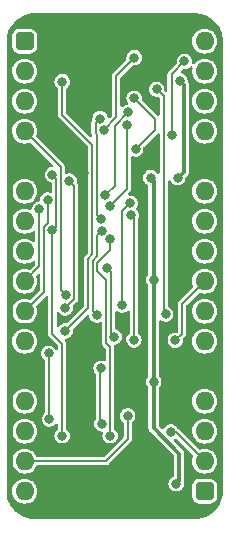
<source format=gbr>
%TF.GenerationSoftware,KiCad,Pcbnew,7.0.5*%
%TF.CreationDate,2023-12-18T15:28:13+02:00*%
%TF.ProjectId,Device Decode stage A,44657669-6365-4204-9465-636f64652073,rev?*%
%TF.SameCoordinates,Original*%
%TF.FileFunction,Copper,L2,Bot*%
%TF.FilePolarity,Positive*%
%FSLAX46Y46*%
G04 Gerber Fmt 4.6, Leading zero omitted, Abs format (unit mm)*
G04 Created by KiCad (PCBNEW 7.0.5) date 2023-12-18 15:28:13*
%MOMM*%
%LPD*%
G01*
G04 APERTURE LIST*
G04 Aperture macros list*
%AMRoundRect*
0 Rectangle with rounded corners*
0 $1 Rounding radius*
0 $2 $3 $4 $5 $6 $7 $8 $9 X,Y pos of 4 corners*
0 Add a 4 corners polygon primitive as box body*
4,1,4,$2,$3,$4,$5,$6,$7,$8,$9,$2,$3,0*
0 Add four circle primitives for the rounded corners*
1,1,$1+$1,$2,$3*
1,1,$1+$1,$4,$5*
1,1,$1+$1,$6,$7*
1,1,$1+$1,$8,$9*
0 Add four rect primitives between the rounded corners*
20,1,$1+$1,$2,$3,$4,$5,0*
20,1,$1+$1,$4,$5,$6,$7,0*
20,1,$1+$1,$6,$7,$8,$9,0*
20,1,$1+$1,$8,$9,$2,$3,0*%
G04 Aperture macros list end*
%TA.AperFunction,ComponentPad*%
%ADD10RoundRect,0.400000X-0.400000X-0.400000X0.400000X-0.400000X0.400000X0.400000X-0.400000X0.400000X0*%
%TD*%
%TA.AperFunction,ComponentPad*%
%ADD11O,1.600000X1.600000*%
%TD*%
%TA.AperFunction,ComponentPad*%
%ADD12R,1.600000X1.600000*%
%TD*%
%TA.AperFunction,ViaPad*%
%ADD13C,0.800000*%
%TD*%
%TA.AperFunction,Conductor*%
%ADD14C,0.380000*%
%TD*%
%TA.AperFunction,Conductor*%
%ADD15C,0.200000*%
%TD*%
G04 APERTURE END LIST*
D10*
%TO.P,J1,1,Pin_1*%
%TO.N,/5V*%
X88900000Y-58420000D03*
D11*
%TO.P,J1,2,Pin_2*%
%TO.N,/~{Device Select}*%
X88900000Y-60960000D03*
%TO.P,J1,3,Pin_3*%
%TO.N,/A16*%
X88900000Y-63500000D03*
%TO.P,J1,4,Pin_4*%
%TO.N,/A15*%
X88900000Y-66040000D03*
D12*
%TO.P,J1,5,Pin_5*%
%TO.N,/GND*%
X88900000Y-68580000D03*
D11*
%TO.P,J1,6,Pin_6*%
%TO.N,/A14*%
X88900000Y-71120000D03*
%TO.P,J1,7,Pin_7*%
%TO.N,/A13*%
X88900000Y-73660000D03*
%TO.P,J1,8,Pin_8*%
%TO.N,/A12*%
X88900000Y-76200000D03*
%TO.P,J1,9,Pin_9*%
%TO.N,/A11*%
X88900000Y-78740000D03*
%TO.P,J1,10,Pin_10*%
%TO.N,/A10*%
X88900000Y-81280000D03*
%TO.P,J1,11,Pin_11*%
%TO.N,/A4*%
X88900000Y-83820000D03*
D12*
%TO.P,J1,12,Pin_12*%
%TO.N,/GND*%
X88900000Y-86360000D03*
D11*
%TO.P,J1,13,Pin_13*%
%TO.N,/A3*%
X88900000Y-88900000D03*
%TO.P,J1,14,Pin_14*%
%TO.N,unconnected-(J1-Pin_14-Pad14)*%
X88900000Y-91440000D03*
%TO.P,J1,15,Pin_15*%
%TO.N,/~{Reset}_{IN}*%
X88900000Y-93980000D03*
%TO.P,J1,16,Pin_16*%
%TO.N,unconnected-(J1-Pin_16-Pad16)*%
X88900000Y-96520000D03*
D10*
%TO.P,J1,17,Pin_17*%
%TO.N,/5V*%
X104140000Y-96520000D03*
D11*
%TO.P,J1,18,Pin_18*%
%TO.N,/Reset*%
X104140000Y-93980000D03*
%TO.P,J1,19,Pin_19*%
%TO.N,/~{Reset}*%
X104140000Y-91440000D03*
%TO.P,J1,20,Pin_20*%
%TO.N,/~{A3}*%
X104140000Y-88900000D03*
D12*
%TO.P,J1,21,Pin_21*%
%TO.N,/GND*%
X104140000Y-86360000D03*
D11*
%TO.P,J1,22,Pin_22*%
%TO.N,/~{A4}*%
X104140000Y-83820000D03*
%TO.P,J1,23,Pin_23*%
%TO.N,/~{Device RAM}*%
X104140000Y-81280000D03*
%TO.P,J1,24,Pin_24*%
%TO.N,/~{Device Registers}*%
X104140000Y-78740000D03*
%TO.P,J1,25,Pin_25*%
%TO.N,/~{Device ROM}*%
X104140000Y-76200000D03*
%TO.P,J1,26,Pin_26*%
%TO.N,unconnected-(J1-Pin_26-Pad26)*%
X104140000Y-73660000D03*
%TO.P,J1,27,Pin_27*%
%TO.N,unconnected-(J1-Pin_27-Pad27)*%
X104140000Y-71120000D03*
D12*
%TO.P,J1,28,Pin_28*%
%TO.N,/GND*%
X104140000Y-68580000D03*
D11*
%TO.P,J1,29,Pin_29*%
%TO.N,unconnected-(J1-Pin_29-Pad29)*%
X104140000Y-66040000D03*
%TO.P,J1,30,Pin_30*%
%TO.N,unconnected-(J1-Pin_30-Pad30)*%
X104140000Y-63500000D03*
%TO.P,J1,31,Pin_31*%
%TO.N,unconnected-(J1-Pin_31-Pad31)*%
X104140000Y-60960000D03*
%TO.P,J1,32,Pin_32*%
%TO.N,unconnected-(J1-Pin_32-Pad32)*%
X104140000Y-58420000D03*
%TD*%
D13*
%TO.N,/GND*%
X97282000Y-82169000D03*
X93932318Y-69548318D03*
X97281992Y-84201000D03*
X101674056Y-84889295D03*
X101727000Y-79629000D03*
X92202000Y-67310000D03*
X97663000Y-87249000D03*
X97790000Y-95123000D03*
X100965000Y-93661000D03*
X102489000Y-90678004D03*
%TO.N,/3.3V*%
X99568000Y-69977000D03*
X99822000Y-78613000D03*
X101727000Y-95885000D03*
X99822000Y-87249000D03*
X101854000Y-69977000D03*
X102031475Y-61772469D03*
%TO.N,/~{A4}*%
X95438990Y-90805000D03*
X95377000Y-86106000D03*
%TO.N,/A10*%
X90848000Y-71870082D03*
%TO.N,/A11*%
X97649025Y-64436867D03*
X95732318Y-71444686D03*
X90148000Y-72649664D03*
%TO.N,/A12*%
X96085978Y-72380063D03*
X97536000Y-65539842D03*
%TO.N,/A13*%
X91248000Y-74421999D03*
X92075000Y-91821000D03*
X91248000Y-69723000D03*
%TO.N,/A14*%
X92663844Y-70249023D03*
X92329000Y-80996016D03*
%TO.N,/A15*%
X92372000Y-79894027D03*
%TO.N,/A16*%
X95281748Y-64965281D03*
X95332318Y-73471000D03*
%TO.N,/A15+A14*%
X95009311Y-81596000D03*
X95425339Y-74466666D03*
%TO.N,/~{A13}*%
X96102671Y-75202347D03*
X96139000Y-91821000D03*
%TO.N,/A4*%
X90994000Y-90424000D03*
X90932000Y-84836000D03*
%TO.N,/~{Device Registers}*%
X101648110Y-83746119D03*
%TO.N,/~{Device ROM}*%
X96503561Y-83456000D03*
X95885000Y-77597000D03*
%TO.N,/~{Device Select}*%
X92329000Y-82946002D03*
X92075000Y-61849000D03*
%TO.N,/~{Device Registers}_{part}*%
X97926405Y-73133150D03*
X98149523Y-83703599D03*
%TO.N,/~{Device ROM}_{part}*%
X97850923Y-72136000D03*
X97155000Y-80772000D03*
%TO.N,/~{A16+A15}*%
X98171000Y-59816996D03*
X95604035Y-65911926D03*
%TO.N,/~{A13+A14}*%
X98298000Y-67564000D03*
X98171000Y-63246000D03*
%TO.N,/~{A11+A12}*%
X101409500Y-66357500D03*
X102428192Y-60137188D03*
%TO.N,/~{Device RAM}_{part}*%
X100838000Y-81534000D03*
X100076000Y-62484000D03*
%TO.N,/Reset*%
X101269615Y-91516385D03*
%TO.N,/~{Reset}_{IN}*%
X97635000Y-90135982D03*
%TD*%
D14*
%TO.N,/GND*%
X87710000Y-87550000D02*
X87710000Y-94472915D01*
X97293561Y-82180561D02*
X97293561Y-84189431D01*
X93932318Y-69548318D02*
X93932318Y-69040318D01*
X97282000Y-82169000D02*
X97293561Y-82180561D01*
X101674056Y-84889295D02*
X100711000Y-83926239D01*
X88900000Y-86360000D02*
X87710000Y-87550000D01*
X100711000Y-83926239D02*
X100711000Y-83566000D01*
X104712915Y-90170000D02*
X102997004Y-90170000D01*
X97790000Y-95123000D02*
X99503000Y-95123000D01*
X87710000Y-94472915D02*
X88487085Y-95250000D01*
X105330000Y-85170000D02*
X104140000Y-86360000D01*
X97293561Y-84189431D02*
X97281992Y-84201000D01*
X87757000Y-82470000D02*
X89232915Y-82470000D01*
X99503000Y-95123000D02*
X100965000Y-93661000D01*
X97790000Y-93853000D02*
X97790000Y-95123000D01*
X88900000Y-68580000D02*
X87710000Y-69770000D01*
X87663605Y-57774303D02*
X87718279Y-57630138D01*
X105330000Y-87550000D02*
X105330000Y-89552915D01*
X87710000Y-82423000D02*
X87757000Y-82470000D01*
X105330000Y-89552915D02*
X104712915Y-90170000D01*
X105330000Y-67390000D02*
X104140000Y-68580000D01*
X104632915Y-57230000D02*
X105330000Y-57927085D01*
X98425000Y-88011000D02*
X98425000Y-93218000D01*
X87710000Y-69770000D02*
X87710000Y-82423000D01*
X88900000Y-68580000D02*
X87663605Y-67343605D01*
X90090000Y-85170000D02*
X88900000Y-86360000D01*
X97663000Y-84582008D02*
X97281992Y-84201000D01*
X100711000Y-83566000D02*
X101727000Y-82550000D01*
X105330000Y-57927085D02*
X105330000Y-67390000D01*
X104140000Y-86360000D02*
X105330000Y-87550000D01*
X88118417Y-57230000D02*
X104632915Y-57230000D01*
X97663000Y-87249000D02*
X97663000Y-84582008D01*
X97663000Y-87249000D02*
X98425000Y-88011000D01*
X101727000Y-82550000D02*
X101727000Y-79629000D01*
X87718279Y-57630138D02*
X88118417Y-57230000D01*
X90090000Y-83327085D02*
X90090000Y-85170000D01*
X103144761Y-86360000D02*
X101674056Y-84889295D01*
X87663605Y-67343605D02*
X87663605Y-57774303D01*
X104140000Y-86360000D02*
X103144761Y-86360000D01*
X97663000Y-95250000D02*
X97790000Y-95123000D01*
X98425000Y-93218000D02*
X97790000Y-93853000D01*
X89232915Y-82470000D02*
X90090000Y-83327085D01*
X104140000Y-68580000D02*
X105330000Y-69770000D01*
X93932318Y-69040318D02*
X92202000Y-67310000D01*
X105330000Y-69770000D02*
X105330000Y-85170000D01*
X102997004Y-90170000D02*
X102489000Y-90678004D01*
X88487085Y-95250000D02*
X97663000Y-95250000D01*
%TO.N,/3.3V*%
X99822000Y-87249000D02*
X99822000Y-91186000D01*
X102362000Y-62102994D02*
X102031475Y-61772469D01*
X99822000Y-78613000D02*
X99822000Y-70231000D01*
X99822000Y-87249000D02*
X99822000Y-78613000D01*
X99822000Y-70231000D02*
X99568000Y-69977000D01*
X101981000Y-95631000D02*
X101727000Y-95885000D01*
X99822000Y-91186000D02*
X101981000Y-93345000D01*
X101981000Y-93345000D02*
X101981000Y-95631000D01*
X101854000Y-69977000D02*
X102362000Y-69469000D01*
X102362000Y-69469000D02*
X102362000Y-62102994D01*
D15*
%TO.N,/~{A4}*%
X95250000Y-86233000D02*
X95250000Y-90616010D01*
X95250000Y-90616010D02*
X95438990Y-90805000D01*
X95377000Y-86106000D02*
X95250000Y-86233000D01*
%TO.N,/A10*%
X90848000Y-73816107D02*
X90848000Y-71870082D01*
X88900000Y-81280000D02*
X90548000Y-79632000D01*
X90548000Y-79632000D02*
X90548000Y-74116107D01*
X90548000Y-74116107D02*
X90848000Y-73816107D01*
%TO.N,/A11*%
X96520000Y-70657004D02*
X96520000Y-65565892D01*
X96520000Y-65565892D02*
X97649025Y-64436867D01*
X88900000Y-78740000D02*
X90148000Y-77492000D01*
X95732318Y-71444686D02*
X96520000Y-70657004D01*
X90148000Y-77492000D02*
X90148000Y-72649664D01*
%TO.N,/A12*%
X97536000Y-70930041D02*
X97536000Y-65539842D01*
X97536000Y-70930041D02*
X96085978Y-72380063D01*
%TO.N,/A13*%
X91248000Y-83247000D02*
X91248000Y-74421999D01*
X92075000Y-84074000D02*
X91248000Y-83247000D01*
X92075000Y-91821000D02*
X92075000Y-84074000D01*
X91248000Y-69723000D02*
X91548000Y-70023000D01*
X91548000Y-74121999D02*
X91248000Y-74421999D01*
X91548000Y-70023000D02*
X91548000Y-74121999D01*
%TO.N,/A14*%
X93072000Y-70657179D02*
X93072000Y-80253016D01*
X93072000Y-80253016D02*
X92329000Y-80996016D01*
X92663844Y-70249023D02*
X93072000Y-70657179D01*
%TO.N,/A15*%
X91948000Y-69088000D02*
X91948000Y-79470027D01*
X91948000Y-79470027D02*
X92372000Y-79894027D01*
X88900000Y-66040000D02*
X91948000Y-69088000D01*
%TO.N,/A16*%
X95032318Y-73171000D02*
X95332318Y-73471000D01*
X94904035Y-66201877D02*
X95032318Y-66330160D01*
X95032318Y-66330160D02*
X95032318Y-73171000D01*
X94904035Y-65342994D02*
X94904035Y-66201877D01*
X95281748Y-64965281D02*
X94904035Y-65342994D01*
%TO.N,/A15+A14*%
X94658000Y-77014364D02*
X95032318Y-76640046D01*
X95032318Y-76640046D02*
X95032318Y-74859687D01*
X95032318Y-74859687D02*
X95425339Y-74466666D01*
X95009311Y-81596000D02*
X94658000Y-81244689D01*
X94658000Y-81244689D02*
X94658000Y-77014364D01*
%TO.N,/~{A13}*%
X95803561Y-78632511D02*
X95058000Y-77886950D01*
X96102671Y-76135379D02*
X96102671Y-75202347D01*
X96139000Y-84332860D02*
X95803561Y-83997421D01*
X96139000Y-91821000D02*
X96139000Y-84332860D01*
X95058000Y-77180050D02*
X96102671Y-76135379D01*
X95058000Y-77886950D02*
X95058000Y-77180050D01*
X95803561Y-83997421D02*
X95803561Y-78632511D01*
%TO.N,/A4*%
X90932000Y-84836000D02*
X90932000Y-90362000D01*
X90932000Y-90362000D02*
X90994000Y-90424000D01*
%TO.N,/~{Device Registers}*%
X102217000Y-83177229D02*
X101648110Y-83746119D01*
X102217000Y-80663000D02*
X102217000Y-83177229D01*
X104140000Y-78740000D02*
X102217000Y-80663000D01*
%TO.N,/~{Device ROM}*%
X96211974Y-77923974D02*
X95885000Y-77597000D01*
X96503561Y-83456000D02*
X96211974Y-83164413D01*
X96211974Y-83164413D02*
X96211974Y-77923974D01*
%TO.N,/~{Device Select}*%
X94258000Y-81017002D02*
X92329000Y-82946002D01*
X92075000Y-64671764D02*
X94632318Y-67229082D01*
X94632318Y-76474360D02*
X94258000Y-76848679D01*
X94632318Y-67229082D02*
X94632318Y-76474360D01*
X92075000Y-61849000D02*
X92075000Y-64671764D01*
X94258000Y-76848679D02*
X94258000Y-81017002D01*
%TO.N,/~{Device Registers}_{part}*%
X98149523Y-83703599D02*
X98149523Y-73356268D01*
X98149523Y-73356268D02*
X97926405Y-73133150D01*
%TO.N,/~{Device ROM}_{part}*%
X97155000Y-80772000D02*
X97155000Y-72831923D01*
X97155000Y-72831923D02*
X97850923Y-72136000D01*
%TO.N,/~{A16+A15}*%
X96647000Y-61340996D02*
X98171000Y-59816996D01*
X95604035Y-65911926D02*
X96647000Y-64868961D01*
X96647000Y-64868961D02*
X96647000Y-61340996D01*
%TO.N,/~{A13+A14}*%
X98298000Y-67564000D02*
X99930000Y-65932000D01*
X99930000Y-65932000D02*
X99930000Y-65005000D01*
X99930000Y-65005000D02*
X98171000Y-63246000D01*
%TO.N,/~{A11+A12}*%
X101331475Y-61233905D02*
X102428192Y-60137188D01*
X101409500Y-66357500D02*
X101331475Y-66279475D01*
X101331475Y-66279475D02*
X101331475Y-61233905D01*
%TO.N,/~{Device RAM}_{part}*%
X100683496Y-63091496D02*
X100076000Y-62484000D01*
X100838000Y-81534000D02*
X100683496Y-81379496D01*
X100683496Y-81379496D02*
X100683496Y-63091496D01*
%TO.N,/Reset*%
X104140000Y-93980000D02*
X101676385Y-91516385D01*
X101676385Y-91516385D02*
X101269615Y-91516385D01*
%TO.N,/~{Reset}_{IN}*%
X97635000Y-92103000D02*
X95758000Y-93980000D01*
X97635000Y-90135982D02*
X97635000Y-92103000D01*
X95758000Y-93980000D02*
X88900000Y-93980000D01*
%TD*%
%TA.AperFunction,Conductor*%
%TO.N,/GND*%
G36*
X103306138Y-56056880D02*
G01*
X103306155Y-56056881D01*
X103585390Y-56073767D01*
X103592823Y-56074671D01*
X103617541Y-56079200D01*
X103866153Y-56124757D01*
X103873415Y-56126548D01*
X104138710Y-56209215D01*
X104145716Y-56211872D01*
X104399109Y-56325911D01*
X104405740Y-56329391D01*
X104643553Y-56473152D01*
X104649700Y-56477395D01*
X104868452Y-56648773D01*
X104874049Y-56653733D01*
X105070543Y-56850224D01*
X105075513Y-56855833D01*
X105246879Y-57074564D01*
X105251136Y-57080731D01*
X105394893Y-57318532D01*
X105398375Y-57325167D01*
X105512419Y-57578557D01*
X105515072Y-57585551D01*
X105569309Y-57759602D01*
X105597742Y-57850847D01*
X105599535Y-57858123D01*
X105649624Y-58131448D01*
X105650527Y-58138887D01*
X105667386Y-58417568D01*
X105667499Y-58421313D01*
X105667499Y-96518138D01*
X105667386Y-96521883D01*
X105650494Y-96801108D01*
X105649591Y-96808547D01*
X105599504Y-97081864D01*
X105597711Y-97089140D01*
X105515044Y-97354428D01*
X105512386Y-97361435D01*
X105398348Y-97614815D01*
X105394865Y-97621451D01*
X105251111Y-97859246D01*
X105246854Y-97865413D01*
X105075489Y-98084143D01*
X105070519Y-98089752D01*
X104874032Y-98286237D01*
X104868423Y-98291206D01*
X104649687Y-98462573D01*
X104643520Y-98466830D01*
X104405730Y-98610576D01*
X104399095Y-98614058D01*
X104145708Y-98728095D01*
X104138702Y-98730752D01*
X103873405Y-98813419D01*
X103866129Y-98815213D01*
X103592820Y-98865295D01*
X103585381Y-98866199D01*
X103305610Y-98883119D01*
X103301867Y-98883232D01*
X89737604Y-98883232D01*
X89733861Y-98883119D01*
X89454615Y-98866232D01*
X89447175Y-98865328D01*
X89173860Y-98815245D01*
X89166584Y-98813451D01*
X88901288Y-98730784D01*
X88894282Y-98728127D01*
X88640890Y-98614087D01*
X88634255Y-98610605D01*
X88396457Y-98466854D01*
X88390295Y-98462601D01*
X88171549Y-98291227D01*
X88165950Y-98286266D01*
X87969456Y-98089775D01*
X87964490Y-98084171D01*
X87793120Y-97865435D01*
X87788863Y-97859268D01*
X87765633Y-97820842D01*
X87645096Y-97621451D01*
X87641632Y-97614851D01*
X87527577Y-97361432D01*
X87524930Y-97354455D01*
X87442254Y-97089140D01*
X87440463Y-97081873D01*
X87390375Y-96808551D01*
X87389471Y-96801112D01*
X87372613Y-96522411D01*
X87372540Y-96520000D01*
X87844417Y-96520000D01*
X87845944Y-96535500D01*
X87864699Y-96725932D01*
X87887505Y-96801112D01*
X87924768Y-96923954D01*
X88022315Y-97106450D01*
X88022317Y-97106452D01*
X88153589Y-97266410D01*
X88250209Y-97345702D01*
X88313550Y-97397685D01*
X88496046Y-97495232D01*
X88694066Y-97555300D01*
X88694065Y-97555300D01*
X88714348Y-97557297D01*
X88900000Y-97575583D01*
X89105934Y-97555300D01*
X89303954Y-97495232D01*
X89486450Y-97397685D01*
X89646410Y-97266410D01*
X89777685Y-97106450D01*
X89842227Y-96985701D01*
X103089500Y-96985701D01*
X103092401Y-97022567D01*
X103092402Y-97022573D01*
X103138254Y-97180393D01*
X103138255Y-97180396D01*
X103221917Y-97321862D01*
X103221923Y-97321870D01*
X103338129Y-97438076D01*
X103338133Y-97438079D01*
X103338135Y-97438081D01*
X103479602Y-97521744D01*
X103521224Y-97533836D01*
X103637426Y-97567597D01*
X103637429Y-97567597D01*
X103637431Y-97567598D01*
X103674306Y-97570500D01*
X103674314Y-97570500D01*
X104605686Y-97570500D01*
X104605694Y-97570500D01*
X104642569Y-97567598D01*
X104642571Y-97567597D01*
X104642573Y-97567597D01*
X104684899Y-97555300D01*
X104800398Y-97521744D01*
X104941865Y-97438081D01*
X105058081Y-97321865D01*
X105141744Y-97180398D01*
X105187598Y-97022569D01*
X105190500Y-96985694D01*
X105190500Y-96054306D01*
X105187598Y-96017431D01*
X105141744Y-95859602D01*
X105058081Y-95718135D01*
X105058079Y-95718133D01*
X105058076Y-95718129D01*
X104941870Y-95601923D01*
X104941862Y-95601917D01*
X104845229Y-95544769D01*
X104800398Y-95518256D01*
X104800397Y-95518255D01*
X104800396Y-95518255D01*
X104800393Y-95518254D01*
X104642573Y-95472402D01*
X104642567Y-95472401D01*
X104605701Y-95469500D01*
X104605694Y-95469500D01*
X103674306Y-95469500D01*
X103674298Y-95469500D01*
X103637432Y-95472401D01*
X103637426Y-95472402D01*
X103479606Y-95518254D01*
X103479603Y-95518255D01*
X103338137Y-95601917D01*
X103338129Y-95601923D01*
X103221923Y-95718129D01*
X103221917Y-95718137D01*
X103138255Y-95859603D01*
X103138254Y-95859606D01*
X103092402Y-96017426D01*
X103092401Y-96017432D01*
X103089500Y-96054298D01*
X103089500Y-96985701D01*
X89842227Y-96985701D01*
X89875232Y-96923954D01*
X89935300Y-96725934D01*
X89955583Y-96520000D01*
X89935300Y-96314066D01*
X89875232Y-96116046D01*
X89777685Y-95933550D01*
X89696982Y-95835212D01*
X89646410Y-95773589D01*
X89486452Y-95642317D01*
X89486453Y-95642317D01*
X89486450Y-95642315D01*
X89303954Y-95544768D01*
X89105934Y-95484700D01*
X89105932Y-95484699D01*
X89105934Y-95484699D01*
X88918463Y-95466235D01*
X88900000Y-95464417D01*
X88899999Y-95464417D01*
X88694067Y-95484699D01*
X88496043Y-95544769D01*
X88428031Y-95581123D01*
X88313550Y-95642315D01*
X88313548Y-95642316D01*
X88313547Y-95642317D01*
X88153589Y-95773589D01*
X88022317Y-95933547D01*
X87924769Y-96116043D01*
X87864699Y-96314067D01*
X87848767Y-96475830D01*
X87844417Y-96520000D01*
X87372540Y-96520000D01*
X87372500Y-96518667D01*
X87372500Y-93979999D01*
X87844417Y-93979999D01*
X87864699Y-94185932D01*
X87894734Y-94284944D01*
X87924768Y-94383954D01*
X88022315Y-94566450D01*
X88022317Y-94566452D01*
X88153589Y-94726410D01*
X88250209Y-94805702D01*
X88313550Y-94857685D01*
X88496046Y-94955232D01*
X88694066Y-95015300D01*
X88694065Y-95015300D01*
X88712529Y-95017118D01*
X88900000Y-95035583D01*
X89105934Y-95015300D01*
X89303954Y-94955232D01*
X89486450Y-94857685D01*
X89646410Y-94726410D01*
X89777685Y-94566450D01*
X89868768Y-94396046D01*
X89917732Y-94346202D01*
X89978127Y-94330500D01*
X95708789Y-94330500D01*
X95734234Y-94333138D01*
X95743315Y-94335043D01*
X95759005Y-94333087D01*
X95775939Y-94330977D01*
X95783615Y-94330500D01*
X95787035Y-94330500D01*
X95787040Y-94330500D01*
X95796303Y-94328954D01*
X95807278Y-94327123D01*
X95809811Y-94326753D01*
X95859393Y-94320573D01*
X95859399Y-94320569D01*
X95866451Y-94318470D01*
X95873377Y-94316092D01*
X95873381Y-94316092D01*
X95902266Y-94300459D01*
X95917329Y-94292308D01*
X95919590Y-94291143D01*
X95964484Y-94269198D01*
X95964487Y-94269194D01*
X95970453Y-94264935D01*
X95976254Y-94260419D01*
X95976258Y-94260418D01*
X96010101Y-94223653D01*
X96011826Y-94221854D01*
X97848043Y-92385636D01*
X97867894Y-92369516D01*
X97875669Y-92364437D01*
X97895864Y-92338488D01*
X97900942Y-92332737D01*
X97903375Y-92330306D01*
X97915301Y-92313600D01*
X97916804Y-92311584D01*
X97947517Y-92272126D01*
X97947519Y-92272117D01*
X97951017Y-92265655D01*
X97954241Y-92259063D01*
X97955576Y-92254577D01*
X97968506Y-92211144D01*
X97969264Y-92208777D01*
X97985500Y-92161488D01*
X97985500Y-92161481D01*
X97986706Y-92154258D01*
X97987617Y-92146951D01*
X97986172Y-92112018D01*
X97985552Y-92097038D01*
X97985500Y-92094478D01*
X97985500Y-90750332D01*
X98005185Y-90683293D01*
X98027271Y-90657518D01*
X98125483Y-90570512D01*
X98215220Y-90440505D01*
X98271237Y-90292800D01*
X98290278Y-90135982D01*
X98274946Y-90009706D01*
X98271237Y-89979163D01*
X98227779Y-89864575D01*
X98215220Y-89831459D01*
X98125483Y-89701452D01*
X98007240Y-89596699D01*
X98007238Y-89596698D01*
X98007237Y-89596697D01*
X97867365Y-89523285D01*
X97713986Y-89485482D01*
X97713985Y-89485482D01*
X97556015Y-89485482D01*
X97556014Y-89485482D01*
X97402634Y-89523285D01*
X97262762Y-89596697D01*
X97144516Y-89701453D01*
X97054781Y-89831457D01*
X97054780Y-89831458D01*
X96998762Y-89979163D01*
X96979722Y-90135981D01*
X96979722Y-90135982D01*
X96998762Y-90292800D01*
X97041201Y-90404700D01*
X97054780Y-90440505D01*
X97071528Y-90464769D01*
X97144517Y-90570513D01*
X97205109Y-90624192D01*
X97242726Y-90657517D01*
X97279853Y-90716705D01*
X97284500Y-90750332D01*
X97284500Y-91906455D01*
X97264815Y-91973494D01*
X97248181Y-91994136D01*
X95649137Y-93593181D01*
X95587814Y-93626666D01*
X95561456Y-93629500D01*
X89978127Y-93629500D01*
X89911088Y-93609815D01*
X89868769Y-93563954D01*
X89829849Y-93491142D01*
X89777685Y-93393550D01*
X89677276Y-93271200D01*
X89646410Y-93233589D01*
X89486452Y-93102317D01*
X89486453Y-93102317D01*
X89486450Y-93102315D01*
X89303954Y-93004768D01*
X89105934Y-92944700D01*
X89105932Y-92944699D01*
X89105934Y-92944699D01*
X88918463Y-92926235D01*
X88900000Y-92924417D01*
X88899999Y-92924417D01*
X88694067Y-92944699D01*
X88543922Y-92990245D01*
X88509167Y-93000788D01*
X88496043Y-93004769D01*
X88432908Y-93038516D01*
X88313550Y-93102315D01*
X88313548Y-93102316D01*
X88313547Y-93102317D01*
X88153589Y-93233589D01*
X88022317Y-93393547D01*
X87924769Y-93576043D01*
X87864699Y-93774067D01*
X87844417Y-93979999D01*
X87372500Y-93979999D01*
X87372500Y-91439999D01*
X87844417Y-91439999D01*
X87864699Y-91645932D01*
X87870235Y-91664181D01*
X87924768Y-91843954D01*
X88022315Y-92026450D01*
X88047757Y-92057451D01*
X88153589Y-92186410D01*
X88237811Y-92255528D01*
X88313550Y-92317685D01*
X88496046Y-92415232D01*
X88694066Y-92475300D01*
X88694065Y-92475300D01*
X88712529Y-92477118D01*
X88900000Y-92495583D01*
X89105934Y-92475300D01*
X89303954Y-92415232D01*
X89486450Y-92317685D01*
X89646410Y-92186410D01*
X89777685Y-92026450D01*
X89875232Y-91843954D01*
X89935300Y-91645934D01*
X89955583Y-91440000D01*
X89935300Y-91234066D01*
X89875232Y-91036046D01*
X89777685Y-90853550D01*
X89692977Y-90750332D01*
X89646410Y-90693589D01*
X89486452Y-90562317D01*
X89486453Y-90562317D01*
X89486450Y-90562315D01*
X89303954Y-90464768D01*
X89105934Y-90404700D01*
X89105932Y-90404699D01*
X89105934Y-90404699D01*
X88900000Y-90384417D01*
X88694067Y-90404699D01*
X88496043Y-90464769D01*
X88385898Y-90523643D01*
X88313550Y-90562315D01*
X88313548Y-90562316D01*
X88313547Y-90562317D01*
X88153589Y-90693589D01*
X88034834Y-90838295D01*
X88022315Y-90853550D01*
X87995515Y-90903689D01*
X87924769Y-91036043D01*
X87864699Y-91234067D01*
X87844417Y-91439999D01*
X87372500Y-91439999D01*
X87372500Y-88900000D01*
X87844417Y-88900000D01*
X87864699Y-89105932D01*
X87864700Y-89105934D01*
X87924768Y-89303954D01*
X88022315Y-89486450D01*
X88022317Y-89486452D01*
X88153589Y-89646410D01*
X88220659Y-89701452D01*
X88313550Y-89777685D01*
X88496046Y-89875232D01*
X88694066Y-89935300D01*
X88694065Y-89935300D01*
X88714347Y-89937297D01*
X88900000Y-89955583D01*
X89105934Y-89935300D01*
X89303954Y-89875232D01*
X89486450Y-89777685D01*
X89646410Y-89646410D01*
X89777685Y-89486450D01*
X89875232Y-89303954D01*
X89935300Y-89105934D01*
X89955583Y-88900000D01*
X89935300Y-88694066D01*
X89875232Y-88496046D01*
X89777685Y-88313550D01*
X89725702Y-88250209D01*
X89646410Y-88153589D01*
X89486452Y-88022317D01*
X89486453Y-88022317D01*
X89486450Y-88022315D01*
X89303954Y-87924768D01*
X89105934Y-87864700D01*
X89105932Y-87864699D01*
X89105934Y-87864699D01*
X88900000Y-87844417D01*
X88694067Y-87864699D01*
X88496043Y-87924769D01*
X88385898Y-87983643D01*
X88313550Y-88022315D01*
X88313548Y-88022316D01*
X88313547Y-88022317D01*
X88153589Y-88153589D01*
X88022317Y-88313547D01*
X87924769Y-88496043D01*
X87864699Y-88694067D01*
X87844417Y-88900000D01*
X87372500Y-88900000D01*
X87372500Y-83820000D01*
X87844417Y-83820000D01*
X87864699Y-84025932D01*
X87891051Y-84112802D01*
X87924768Y-84223954D01*
X88022315Y-84406450D01*
X88022317Y-84406452D01*
X88153589Y-84566410D01*
X88250209Y-84645702D01*
X88313550Y-84697685D01*
X88496046Y-84795232D01*
X88694066Y-84855300D01*
X88694065Y-84855300D01*
X88714347Y-84857297D01*
X88900000Y-84875583D01*
X89105934Y-84855300D01*
X89303954Y-84795232D01*
X89486450Y-84697685D01*
X89646410Y-84566410D01*
X89777685Y-84406450D01*
X89875232Y-84223954D01*
X89935300Y-84025934D01*
X89955583Y-83820000D01*
X89935300Y-83614066D01*
X89875232Y-83416046D01*
X89777685Y-83233550D01*
X89724478Y-83168717D01*
X89646410Y-83073589D01*
X89523326Y-82972578D01*
X89486450Y-82942315D01*
X89303954Y-82844768D01*
X89105934Y-82784700D01*
X89105932Y-82784699D01*
X89105934Y-82784699D01*
X88918463Y-82766235D01*
X88900000Y-82764417D01*
X88899999Y-82764417D01*
X88694067Y-82784699D01*
X88496043Y-82844769D01*
X88385898Y-82903643D01*
X88313550Y-82942315D01*
X88313548Y-82942316D01*
X88313547Y-82942317D01*
X88153589Y-83073589D01*
X88022317Y-83233547D01*
X88022315Y-83233550D01*
X87995897Y-83282975D01*
X87924769Y-83416043D01*
X87864699Y-83614067D01*
X87844417Y-83820000D01*
X87372500Y-83820000D01*
X87372500Y-81280000D01*
X87844417Y-81280000D01*
X87864699Y-81485932D01*
X87879675Y-81535300D01*
X87924768Y-81683954D01*
X88022315Y-81866450D01*
X88022317Y-81866452D01*
X88153589Y-82026410D01*
X88210705Y-82073283D01*
X88313550Y-82157685D01*
X88496046Y-82255232D01*
X88694066Y-82315300D01*
X88694065Y-82315300D01*
X88714347Y-82317297D01*
X88900000Y-82335583D01*
X89105934Y-82315300D01*
X89303954Y-82255232D01*
X89486450Y-82157685D01*
X89646410Y-82026410D01*
X89777685Y-81866450D01*
X89875232Y-81683954D01*
X89935300Y-81485934D01*
X89955583Y-81280000D01*
X89935300Y-81074066D01*
X89879210Y-80889163D01*
X89878588Y-80819298D01*
X89910189Y-80765491D01*
X90685818Y-79989862D01*
X90747142Y-79956377D01*
X90816834Y-79961361D01*
X90872767Y-80003233D01*
X90897184Y-80068697D01*
X90897500Y-80077543D01*
X90897500Y-83197788D01*
X90894861Y-83223232D01*
X90892957Y-83232311D01*
X90892957Y-83232317D01*
X90897023Y-83264937D01*
X90897500Y-83272614D01*
X90897500Y-83276040D01*
X90898657Y-83282975D01*
X90900876Y-83296276D01*
X90901245Y-83298808D01*
X90907427Y-83348393D01*
X90909520Y-83355426D01*
X90911907Y-83362379D01*
X90911908Y-83362381D01*
X90919608Y-83376609D01*
X90935691Y-83406330D01*
X90936864Y-83408608D01*
X90958802Y-83453484D01*
X90958804Y-83453486D01*
X90963071Y-83459464D01*
X90967582Y-83465259D01*
X91004341Y-83499098D01*
X91006190Y-83500872D01*
X91361060Y-83855742D01*
X91688181Y-84182862D01*
X91721666Y-84244185D01*
X91724500Y-84270543D01*
X91724500Y-84441087D01*
X91704815Y-84508126D01*
X91652011Y-84553881D01*
X91582853Y-84563825D01*
X91519297Y-84534800D01*
X91498450Y-84511527D01*
X91469016Y-84468885D01*
X91422483Y-84401470D01*
X91304240Y-84296717D01*
X91304238Y-84296716D01*
X91304237Y-84296715D01*
X91164365Y-84223303D01*
X91010986Y-84185500D01*
X91010985Y-84185500D01*
X90853015Y-84185500D01*
X90853014Y-84185500D01*
X90699634Y-84223303D01*
X90559762Y-84296715D01*
X90441516Y-84401471D01*
X90351781Y-84531475D01*
X90351780Y-84531476D01*
X90295762Y-84679181D01*
X90276722Y-84835999D01*
X90276722Y-84836000D01*
X90295762Y-84992818D01*
X90351780Y-85140523D01*
X90351781Y-85140524D01*
X90441517Y-85270531D01*
X90502109Y-85324210D01*
X90539726Y-85357535D01*
X90576853Y-85416723D01*
X90581500Y-85450350D01*
X90581500Y-89864575D01*
X90561815Y-89931614D01*
X90539728Y-89957390D01*
X90503517Y-89989469D01*
X90503515Y-89989472D01*
X90413781Y-90119475D01*
X90413780Y-90119476D01*
X90357762Y-90267181D01*
X90338722Y-90423999D01*
X90338722Y-90424000D01*
X90357762Y-90580818D01*
X90409298Y-90716705D01*
X90413780Y-90728523D01*
X90503517Y-90858530D01*
X90621760Y-90963283D01*
X90621762Y-90963284D01*
X90761634Y-91036696D01*
X90915014Y-91074500D01*
X90915015Y-91074500D01*
X91072985Y-91074500D01*
X91226365Y-91036696D01*
X91227609Y-91036043D01*
X91366240Y-90963283D01*
X91484483Y-90858530D01*
X91498450Y-90838294D01*
X91552732Y-90794305D01*
X91622181Y-90786645D01*
X91684746Y-90817748D01*
X91720563Y-90877739D01*
X91724500Y-90908735D01*
X91724500Y-91206649D01*
X91704815Y-91273688D01*
X91682728Y-91299462D01*
X91584519Y-91386468D01*
X91584516Y-91386471D01*
X91494781Y-91516475D01*
X91494780Y-91516476D01*
X91438762Y-91664181D01*
X91419722Y-91820999D01*
X91419722Y-91821000D01*
X91438762Y-91977818D01*
X91483978Y-92097041D01*
X91494780Y-92125523D01*
X91584517Y-92255530D01*
X91702760Y-92360283D01*
X91702762Y-92360284D01*
X91842634Y-92433696D01*
X91996014Y-92471500D01*
X91996015Y-92471500D01*
X92153985Y-92471500D01*
X92307365Y-92433696D01*
X92307364Y-92433695D01*
X92447240Y-92360283D01*
X92565483Y-92255530D01*
X92655220Y-92125523D01*
X92711237Y-91977818D01*
X92730278Y-91821000D01*
X92711237Y-91664182D01*
X92711236Y-91664180D01*
X92664427Y-91540754D01*
X92655220Y-91516477D01*
X92565483Y-91386470D01*
X92467272Y-91299463D01*
X92430147Y-91240276D01*
X92425500Y-91206649D01*
X92425500Y-84123211D01*
X92428139Y-84097764D01*
X92430043Y-84088685D01*
X92427551Y-84068696D01*
X92425977Y-84056061D01*
X92425500Y-84048385D01*
X92425500Y-84044962D01*
X92425500Y-84044960D01*
X92422120Y-84024714D01*
X92421753Y-84022188D01*
X92418399Y-83995283D01*
X92415573Y-83972608D01*
X92415570Y-83972603D01*
X92413477Y-83965572D01*
X92411093Y-83958628D01*
X92411092Y-83958619D01*
X92387312Y-83914678D01*
X92386139Y-83912398D01*
X92364200Y-83867520D01*
X92359932Y-83861543D01*
X92355417Y-83855741D01*
X92318659Y-83821902D01*
X92316810Y-83820128D01*
X92304865Y-83808183D01*
X92271380Y-83746860D01*
X92276364Y-83677168D01*
X92318236Y-83621235D01*
X92383700Y-83596818D01*
X92392546Y-83596502D01*
X92407985Y-83596502D01*
X92561365Y-83558698D01*
X92701240Y-83485285D01*
X92819483Y-83380532D01*
X92909220Y-83250525D01*
X92965237Y-83102820D01*
X92984278Y-82946002D01*
X92974274Y-82863619D01*
X92985734Y-82794698D01*
X93009686Y-82760996D01*
X94154536Y-81616146D01*
X94215857Y-81582663D01*
X94285549Y-81587647D01*
X94341482Y-81629519D01*
X94365310Y-81688882D01*
X94373074Y-81752818D01*
X94429091Y-81900523D01*
X94518828Y-82030530D01*
X94637071Y-82135283D01*
X94637073Y-82135284D01*
X94776945Y-82208696D01*
X94930325Y-82246500D01*
X94930326Y-82246500D01*
X95088296Y-82246500D01*
X95241672Y-82208697D01*
X95241672Y-82208696D01*
X95241676Y-82208696D01*
X95271436Y-82193076D01*
X95339942Y-82179351D01*
X95404995Y-82204842D01*
X95445940Y-82261458D01*
X95453061Y-82302873D01*
X95453061Y-83948209D01*
X95450422Y-83973653D01*
X95448518Y-83982732D01*
X95448518Y-83982738D01*
X95452584Y-84015358D01*
X95453061Y-84023035D01*
X95453061Y-84026461D01*
X95455793Y-84042841D01*
X95456437Y-84046697D01*
X95456806Y-84049229D01*
X95462988Y-84098814D01*
X95465081Y-84105847D01*
X95467468Y-84112800D01*
X95467469Y-84112802D01*
X95473102Y-84123211D01*
X95491252Y-84156751D01*
X95492425Y-84159029D01*
X95514363Y-84203905D01*
X95514365Y-84203907D01*
X95518632Y-84209885D01*
X95523143Y-84215680D01*
X95559902Y-84249519D01*
X95561751Y-84251293D01*
X95752180Y-84441723D01*
X95785665Y-84503046D01*
X95788499Y-84529404D01*
X95788500Y-85382200D01*
X95768816Y-85449239D01*
X95716012Y-85494994D01*
X95646853Y-85504938D01*
X95616677Y-85495170D01*
X95616377Y-85495963D01*
X95609365Y-85493303D01*
X95455986Y-85455500D01*
X95455985Y-85455500D01*
X95298015Y-85455500D01*
X95298014Y-85455500D01*
X95144634Y-85493303D01*
X95004762Y-85566715D01*
X94886516Y-85671471D01*
X94796781Y-85801475D01*
X94796780Y-85801476D01*
X94740762Y-85949181D01*
X94721722Y-86105999D01*
X94721722Y-86106000D01*
X94740762Y-86262818D01*
X94796780Y-86410523D01*
X94796781Y-86410524D01*
X94877550Y-86527539D01*
X94899433Y-86593894D01*
X94899500Y-86597979D01*
X94899500Y-90402829D01*
X94879815Y-90469868D01*
X94877550Y-90473269D01*
X94858771Y-90500475D01*
X94858770Y-90500476D01*
X94802752Y-90648181D01*
X94783712Y-90804999D01*
X94783712Y-90805000D01*
X94802752Y-90961818D01*
X94848277Y-91081855D01*
X94858770Y-91109523D01*
X94948507Y-91239530D01*
X95066750Y-91344283D01*
X95066752Y-91344284D01*
X95206624Y-91417696D01*
X95360004Y-91455500D01*
X95402260Y-91455500D01*
X95469299Y-91475185D01*
X95515054Y-91527989D01*
X95524998Y-91597147D01*
X95518202Y-91623470D01*
X95502763Y-91664178D01*
X95502763Y-91664180D01*
X95483722Y-91820999D01*
X95483722Y-91821000D01*
X95502762Y-91977818D01*
X95547978Y-92097041D01*
X95558780Y-92125523D01*
X95648517Y-92255530D01*
X95766760Y-92360283D01*
X95766762Y-92360284D01*
X95906634Y-92433696D01*
X96060014Y-92471500D01*
X96060015Y-92471500D01*
X96217985Y-92471500D01*
X96371365Y-92433696D01*
X96371364Y-92433695D01*
X96511240Y-92360283D01*
X96629483Y-92255530D01*
X96719220Y-92125523D01*
X96775237Y-91977818D01*
X96794278Y-91821000D01*
X96775237Y-91664182D01*
X96775236Y-91664180D01*
X96728427Y-91540754D01*
X96719220Y-91516477D01*
X96629483Y-91386470D01*
X96629482Y-91386468D01*
X96551411Y-91317305D01*
X96531272Y-91299463D01*
X96494146Y-91240276D01*
X96489500Y-91206656D01*
X96489500Y-84382065D01*
X96492139Y-84356620D01*
X96494042Y-84347545D01*
X96490147Y-84316295D01*
X96489977Y-84314928D01*
X96489500Y-84307251D01*
X96489500Y-84303823D01*
X96489500Y-84303820D01*
X96486118Y-84283559D01*
X96485753Y-84281050D01*
X96484443Y-84270543D01*
X96481149Y-84244116D01*
X96492390Y-84175161D01*
X96539128Y-84123225D01*
X96575788Y-84110422D01*
X96575264Y-84108295D01*
X96735926Y-84068696D01*
X96735926Y-84068695D01*
X96875801Y-83995283D01*
X96994044Y-83890530D01*
X97083781Y-83760523D01*
X97139798Y-83612818D01*
X97158839Y-83456000D01*
X97153988Y-83416043D01*
X97139798Y-83299181D01*
X97114906Y-83233547D01*
X97083781Y-83151477D01*
X96994044Y-83021470D01*
X96875801Y-82916717D01*
X96875799Y-82916716D01*
X96875798Y-82916715D01*
X96735927Y-82843304D01*
X96656799Y-82823801D01*
X96596418Y-82788645D01*
X96564630Y-82726425D01*
X96562474Y-82703404D01*
X96562474Y-81391643D01*
X96582159Y-81324604D01*
X96634963Y-81278849D01*
X96704121Y-81268905D01*
X96767677Y-81297930D01*
X96768616Y-81298753D01*
X96770634Y-81300540D01*
X96782762Y-81311285D01*
X96922634Y-81384696D01*
X97076014Y-81422500D01*
X97076015Y-81422500D01*
X97233985Y-81422500D01*
X97387365Y-81384696D01*
X97527238Y-81311284D01*
X97527237Y-81311284D01*
X97527240Y-81311283D01*
X97592796Y-81253205D01*
X97656029Y-81223484D01*
X97725292Y-81232668D01*
X97778596Y-81277840D01*
X97799016Y-81344659D01*
X97799023Y-81346021D01*
X97799023Y-83089248D01*
X97779338Y-83156287D01*
X97757251Y-83182061D01*
X97699133Y-83233550D01*
X97659039Y-83269070D01*
X97569304Y-83399074D01*
X97569303Y-83399075D01*
X97513285Y-83546780D01*
X97494245Y-83703598D01*
X97494245Y-83703599D01*
X97513285Y-83860417D01*
X97559674Y-83982732D01*
X97569303Y-84008122D01*
X97659040Y-84138129D01*
X97777283Y-84242882D01*
X97777285Y-84242883D01*
X97917157Y-84316295D01*
X98070537Y-84354099D01*
X98070538Y-84354099D01*
X98228508Y-84354099D01*
X98381888Y-84316295D01*
X98405657Y-84303820D01*
X98521763Y-84242882D01*
X98640006Y-84138129D01*
X98729743Y-84008122D01*
X98785760Y-83860417D01*
X98804801Y-83703599D01*
X98785760Y-83546781D01*
X98729743Y-83399076D01*
X98640006Y-83269069D01*
X98541795Y-83182062D01*
X98504670Y-83122875D01*
X98500023Y-83089248D01*
X98500023Y-73477805D01*
X98508081Y-73433834D01*
X98511285Y-73425383D01*
X98562642Y-73289968D01*
X98581683Y-73133150D01*
X98581164Y-73128871D01*
X98562642Y-72976331D01*
X98517880Y-72858304D01*
X98506625Y-72828627D01*
X98416888Y-72698620D01*
X98397410Y-72681364D01*
X98360285Y-72622178D01*
X98361051Y-72552312D01*
X98377584Y-72518116D01*
X98431143Y-72440523D01*
X98487160Y-72292818D01*
X98506201Y-72136000D01*
X98494177Y-72036968D01*
X98487160Y-71979181D01*
X98445784Y-71870082D01*
X98431143Y-71831477D01*
X98341406Y-71701470D01*
X98223163Y-71596717D01*
X98223161Y-71596716D01*
X98223160Y-71596715D01*
X98083288Y-71523303D01*
X97929909Y-71485500D01*
X97929908Y-71485500D01*
X97775583Y-71485500D01*
X97708544Y-71465815D01*
X97662789Y-71413011D01*
X97652845Y-71343853D01*
X97681870Y-71280297D01*
X97687887Y-71273833D01*
X97749047Y-71212673D01*
X97768894Y-71196557D01*
X97776669Y-71191478D01*
X97796864Y-71165529D01*
X97801942Y-71159778D01*
X97804375Y-71157347D01*
X97816301Y-71140641D01*
X97817804Y-71138625D01*
X97848517Y-71099167D01*
X97848519Y-71099158D01*
X97852017Y-71092696D01*
X97855241Y-71086104D01*
X97856576Y-71081618D01*
X97869506Y-71038185D01*
X97870264Y-71035818D01*
X97886500Y-70988529D01*
X97886500Y-70988522D01*
X97887706Y-70981297D01*
X97888617Y-70973993D01*
X97886552Y-70924080D01*
X97886499Y-70921517D01*
X97886499Y-69510829D01*
X97886499Y-68287795D01*
X97906184Y-68220760D01*
X97958988Y-68175005D01*
X98028146Y-68165061D01*
X98058321Y-68174830D01*
X98058623Y-68174037D01*
X98065634Y-68176696D01*
X98219014Y-68214500D01*
X98219015Y-68214500D01*
X98376985Y-68214500D01*
X98530365Y-68176696D01*
X98552533Y-68165061D01*
X98670240Y-68103283D01*
X98788483Y-67998530D01*
X98878220Y-67868523D01*
X98934237Y-67720818D01*
X98953278Y-67564000D01*
X98943274Y-67481617D01*
X98954734Y-67412696D01*
X98978686Y-67378994D01*
X100121317Y-66236363D01*
X100182638Y-66202880D01*
X100252330Y-66207864D01*
X100308263Y-66249736D01*
X100332680Y-66315200D01*
X100332996Y-66324046D01*
X100332996Y-69542241D01*
X100313311Y-69609280D01*
X100260507Y-69655035D01*
X100191349Y-69664979D01*
X100127793Y-69635954D01*
X100106946Y-69612681D01*
X100074849Y-69566181D01*
X100058483Y-69542470D01*
X99940240Y-69437717D01*
X99940238Y-69437716D01*
X99940237Y-69437715D01*
X99800365Y-69364303D01*
X99646986Y-69326500D01*
X99646985Y-69326500D01*
X99489015Y-69326500D01*
X99489014Y-69326500D01*
X99335634Y-69364303D01*
X99195762Y-69437715D01*
X99149833Y-69478404D01*
X99077776Y-69542241D01*
X99077516Y-69542471D01*
X98987781Y-69672475D01*
X98987780Y-69672476D01*
X98931762Y-69820181D01*
X98912722Y-69976999D01*
X98912722Y-69977000D01*
X98931762Y-70133818D01*
X98985262Y-70274884D01*
X98987780Y-70281523D01*
X99077517Y-70411530D01*
X99195760Y-70516283D01*
X99315128Y-70578933D01*
X99365338Y-70627515D01*
X99381500Y-70688727D01*
X99381499Y-78078381D01*
X99361814Y-78145420D01*
X99339730Y-78171193D01*
X99331517Y-78178468D01*
X99241781Y-78308475D01*
X99241780Y-78308476D01*
X99185762Y-78456181D01*
X99166722Y-78612999D01*
X99166722Y-78613000D01*
X99185762Y-78769818D01*
X99208228Y-78829054D01*
X99241780Y-78917523D01*
X99331517Y-79047530D01*
X99339726Y-79054802D01*
X99376853Y-79113992D01*
X99381499Y-79147618D01*
X99381500Y-86714381D01*
X99361815Y-86781420D01*
X99339727Y-86807196D01*
X99331518Y-86814468D01*
X99241781Y-86944475D01*
X99241780Y-86944476D01*
X99185762Y-87092181D01*
X99166722Y-87248999D01*
X99166722Y-87249000D01*
X99185762Y-87405818D01*
X99241780Y-87553523D01*
X99331517Y-87683530D01*
X99339723Y-87690800D01*
X99376852Y-87749987D01*
X99381500Y-87783618D01*
X99381500Y-91157771D01*
X99381110Y-91164719D01*
X99376834Y-91202656D01*
X99382728Y-91233805D01*
X99387438Y-91258698D01*
X99387821Y-91260952D01*
X99396315Y-91317305D01*
X99398781Y-91325301D01*
X99401521Y-91333130D01*
X99428145Y-91383504D01*
X99429190Y-91385574D01*
X99453930Y-91436948D01*
X99458586Y-91443778D01*
X99463569Y-91450528D01*
X99463571Y-91450532D01*
X99503876Y-91490837D01*
X99505459Y-91492481D01*
X99544250Y-91534287D01*
X99551516Y-91540081D01*
X99550978Y-91540754D01*
X99563072Y-91550033D01*
X101504181Y-93491142D01*
X101537666Y-93552465D01*
X101540500Y-93578823D01*
X101540500Y-95173271D01*
X101520815Y-95240310D01*
X101474127Y-95283067D01*
X101354761Y-95345716D01*
X101236516Y-95450471D01*
X101146781Y-95580475D01*
X101146780Y-95580476D01*
X101090762Y-95728181D01*
X101071722Y-95884999D01*
X101071722Y-95885000D01*
X101090762Y-96041818D01*
X101146780Y-96189523D01*
X101236517Y-96319530D01*
X101354760Y-96424283D01*
X101354762Y-96424284D01*
X101494634Y-96497696D01*
X101648014Y-96535500D01*
X101648015Y-96535500D01*
X101805985Y-96535500D01*
X101959365Y-96497696D01*
X101959364Y-96497696D01*
X102099240Y-96424283D01*
X102217483Y-96319530D01*
X102307220Y-96189523D01*
X102363237Y-96041818D01*
X102382278Y-95885000D01*
X102380197Y-95867863D01*
X102384801Y-95816370D01*
X102397996Y-95773590D01*
X102399166Y-95769796D01*
X102399881Y-95767625D01*
X102418710Y-95713819D01*
X102418710Y-95713813D01*
X102420255Y-95705648D01*
X102421497Y-95697403D01*
X102421500Y-95697395D01*
X102421499Y-95640405D01*
X102421541Y-95638120D01*
X102423675Y-95581123D01*
X102423674Y-95581122D01*
X102422635Y-95571893D01*
X102423488Y-95571796D01*
X102421500Y-95556682D01*
X102421500Y-93373228D01*
X102421890Y-93366280D01*
X102426165Y-93328344D01*
X102415566Y-93272332D01*
X102415177Y-93270042D01*
X102409683Y-93233590D01*
X102406685Y-93213694D01*
X102404238Y-93205763D01*
X102401477Y-93197872D01*
X102401477Y-93197869D01*
X102374848Y-93147485D01*
X102373824Y-93145457D01*
X102349070Y-93094054D01*
X102349068Y-93094049D01*
X102344408Y-93087215D01*
X102339427Y-93080465D01*
X102299147Y-93040186D01*
X102297539Y-93038516D01*
X102258751Y-92996714D01*
X102251482Y-92990917D01*
X102252017Y-92990245D01*
X102239926Y-92980965D01*
X101546420Y-92287459D01*
X101512935Y-92226136D01*
X101517919Y-92156444D01*
X101559791Y-92100511D01*
X101576467Y-92089986D01*
X101612305Y-92071177D01*
X101680809Y-92057451D01*
X101745863Y-92082942D01*
X101757610Y-92093292D01*
X103129808Y-93465489D01*
X103163293Y-93526812D01*
X103160788Y-93589165D01*
X103104699Y-93774067D01*
X103084417Y-93980000D01*
X103104699Y-94185932D01*
X103134734Y-94284944D01*
X103164768Y-94383954D01*
X103262315Y-94566450D01*
X103262317Y-94566452D01*
X103393589Y-94726410D01*
X103490209Y-94805702D01*
X103553550Y-94857685D01*
X103736046Y-94955232D01*
X103934066Y-95015300D01*
X103934065Y-95015300D01*
X103952529Y-95017118D01*
X104140000Y-95035583D01*
X104345934Y-95015300D01*
X104543954Y-94955232D01*
X104726450Y-94857685D01*
X104886410Y-94726410D01*
X105017685Y-94566450D01*
X105115232Y-94383954D01*
X105175300Y-94185934D01*
X105195583Y-93980000D01*
X105175300Y-93774066D01*
X105115232Y-93576046D01*
X105017685Y-93393550D01*
X104917276Y-93271200D01*
X104886410Y-93233589D01*
X104726452Y-93102317D01*
X104726453Y-93102317D01*
X104726450Y-93102315D01*
X104543954Y-93004768D01*
X104345934Y-92944700D01*
X104345932Y-92944699D01*
X104345934Y-92944699D01*
X104140000Y-92924417D01*
X103934067Y-92944699D01*
X103749165Y-93000788D01*
X103679298Y-93001411D01*
X103625489Y-92969808D01*
X102817169Y-92161488D01*
X102095682Y-91440000D01*
X103084417Y-91440000D01*
X103104699Y-91645932D01*
X103110235Y-91664181D01*
X103164768Y-91843954D01*
X103262315Y-92026450D01*
X103287757Y-92057451D01*
X103393589Y-92186410D01*
X103477811Y-92255528D01*
X103553550Y-92317685D01*
X103736046Y-92415232D01*
X103934066Y-92475300D01*
X103934065Y-92475300D01*
X103952529Y-92477118D01*
X104140000Y-92495583D01*
X104345934Y-92475300D01*
X104543954Y-92415232D01*
X104726450Y-92317685D01*
X104886410Y-92186410D01*
X105017685Y-92026450D01*
X105115232Y-91843954D01*
X105175300Y-91645934D01*
X105195583Y-91440000D01*
X105175300Y-91234066D01*
X105115232Y-91036046D01*
X105017685Y-90853550D01*
X104932977Y-90750332D01*
X104886410Y-90693589D01*
X104726452Y-90562317D01*
X104726453Y-90562317D01*
X104726450Y-90562315D01*
X104543954Y-90464768D01*
X104345934Y-90404700D01*
X104345932Y-90404699D01*
X104345934Y-90404699D01*
X104140000Y-90384417D01*
X103934067Y-90404699D01*
X103736043Y-90464769D01*
X103625897Y-90523643D01*
X103553550Y-90562315D01*
X103553548Y-90562316D01*
X103553547Y-90562317D01*
X103393589Y-90693589D01*
X103274834Y-90838295D01*
X103262315Y-90853550D01*
X103235515Y-90903689D01*
X103164769Y-91036043D01*
X103104699Y-91234067D01*
X103084417Y-91440000D01*
X102095682Y-91440000D01*
X101959022Y-91303340D01*
X101942896Y-91283483D01*
X101937822Y-91275716D01*
X101911872Y-91255518D01*
X101906126Y-91250444D01*
X101903692Y-91248010D01*
X101886993Y-91236087D01*
X101884940Y-91234556D01*
X101857983Y-91213575D01*
X101832096Y-91186162D01*
X101812499Y-91157771D01*
X101760098Y-91081855D01*
X101641855Y-90977102D01*
X101641853Y-90977101D01*
X101641852Y-90977100D01*
X101501980Y-90903688D01*
X101348601Y-90865885D01*
X101348600Y-90865885D01*
X101190630Y-90865885D01*
X101190629Y-90865885D01*
X101037249Y-90903688D01*
X100897377Y-90977100D01*
X100779131Y-91081856D01*
X100685134Y-91218035D01*
X100682564Y-91216261D01*
X100643781Y-91256261D01*
X100575745Y-91272165D01*
X100509912Y-91248761D01*
X100495001Y-91236040D01*
X100298819Y-91039858D01*
X100265334Y-90978535D01*
X100262500Y-90952177D01*
X100262500Y-88899999D01*
X103084417Y-88899999D01*
X103104699Y-89105932D01*
X103104700Y-89105934D01*
X103164768Y-89303954D01*
X103262315Y-89486450D01*
X103262317Y-89486452D01*
X103393589Y-89646410D01*
X103460659Y-89701452D01*
X103553550Y-89777685D01*
X103736046Y-89875232D01*
X103934066Y-89935300D01*
X103934065Y-89935300D01*
X103952529Y-89937118D01*
X104140000Y-89955583D01*
X104345934Y-89935300D01*
X104543954Y-89875232D01*
X104726450Y-89777685D01*
X104886410Y-89646410D01*
X105017685Y-89486450D01*
X105115232Y-89303954D01*
X105175300Y-89105934D01*
X105195583Y-88900000D01*
X105175300Y-88694066D01*
X105115232Y-88496046D01*
X105017685Y-88313550D01*
X104965702Y-88250209D01*
X104886410Y-88153589D01*
X104726452Y-88022317D01*
X104726453Y-88022317D01*
X104726450Y-88022315D01*
X104543954Y-87924768D01*
X104345934Y-87864700D01*
X104345932Y-87864699D01*
X104345934Y-87864699D01*
X104140000Y-87844417D01*
X103934067Y-87864699D01*
X103736043Y-87924769D01*
X103625897Y-87983643D01*
X103553550Y-88022315D01*
X103553548Y-88022316D01*
X103553547Y-88022317D01*
X103393589Y-88153589D01*
X103262317Y-88313547D01*
X103164769Y-88496043D01*
X103104699Y-88694067D01*
X103084417Y-88899999D01*
X100262500Y-88899999D01*
X100262500Y-87783618D01*
X100282185Y-87716579D01*
X100304274Y-87690801D01*
X100312483Y-87683530D01*
X100402220Y-87553523D01*
X100458237Y-87405818D01*
X100477278Y-87249000D01*
X100458237Y-87092182D01*
X100402220Y-86944477D01*
X100312483Y-86814470D01*
X100312481Y-86814468D01*
X100304273Y-86807196D01*
X100267146Y-86748007D01*
X100262500Y-86714381D01*
X100262500Y-83746119D01*
X100992832Y-83746119D01*
X101011872Y-83902937D01*
X101058718Y-84026458D01*
X101067890Y-84050642D01*
X101157627Y-84180649D01*
X101275870Y-84285402D01*
X101275872Y-84285403D01*
X101415744Y-84358815D01*
X101569124Y-84396619D01*
X101569125Y-84396619D01*
X101727095Y-84396619D01*
X101880475Y-84358815D01*
X101901952Y-84347543D01*
X102020350Y-84285402D01*
X102138593Y-84180649D01*
X102228330Y-84050642D01*
X102284347Y-83902937D01*
X102294417Y-83820000D01*
X103084417Y-83820000D01*
X103104699Y-84025932D01*
X103131051Y-84112802D01*
X103164768Y-84223954D01*
X103262315Y-84406450D01*
X103262317Y-84406452D01*
X103393589Y-84566410D01*
X103490209Y-84645702D01*
X103553550Y-84697685D01*
X103736046Y-84795232D01*
X103934066Y-84855300D01*
X103934065Y-84855300D01*
X103952529Y-84857118D01*
X104140000Y-84875583D01*
X104345934Y-84855300D01*
X104543954Y-84795232D01*
X104726450Y-84697685D01*
X104886410Y-84566410D01*
X105017685Y-84406450D01*
X105115232Y-84223954D01*
X105175300Y-84025934D01*
X105195583Y-83820000D01*
X105175300Y-83614066D01*
X105115232Y-83416046D01*
X105017685Y-83233550D01*
X104964478Y-83168717D01*
X104886410Y-83073589D01*
X104763326Y-82972578D01*
X104726450Y-82942315D01*
X104543954Y-82844768D01*
X104345934Y-82784700D01*
X104345932Y-82784699D01*
X104345934Y-82784699D01*
X104140000Y-82764417D01*
X103934067Y-82784699D01*
X103736043Y-82844769D01*
X103625898Y-82903643D01*
X103553550Y-82942315D01*
X103553548Y-82942316D01*
X103553547Y-82942317D01*
X103393589Y-83073589D01*
X103262317Y-83233547D01*
X103262315Y-83233550D01*
X103235897Y-83282975D01*
X103164769Y-83416043D01*
X103104699Y-83614067D01*
X103084417Y-83820000D01*
X102294417Y-83820000D01*
X102303388Y-83746119D01*
X102293384Y-83663736D01*
X102304844Y-83594815D01*
X102328796Y-83561113D01*
X102430046Y-83459863D01*
X102449902Y-83443740D01*
X102457669Y-83438666D01*
X102477873Y-83412706D01*
X102482941Y-83406968D01*
X102485375Y-83404536D01*
X102497325Y-83387796D01*
X102498832Y-83385777D01*
X102529517Y-83346355D01*
X102529519Y-83346347D01*
X102533017Y-83339884D01*
X102536241Y-83333292D01*
X102537576Y-83328806D01*
X102550506Y-83285373D01*
X102551264Y-83283006D01*
X102567500Y-83235717D01*
X102567500Y-83235710D01*
X102568707Y-83228480D01*
X102569617Y-83221181D01*
X102567553Y-83171279D01*
X102567500Y-83168717D01*
X102567500Y-81280000D01*
X103084417Y-81280000D01*
X103104699Y-81485932D01*
X103119675Y-81535300D01*
X103164768Y-81683954D01*
X103262315Y-81866450D01*
X103262317Y-81866452D01*
X103393589Y-82026410D01*
X103450705Y-82073283D01*
X103553550Y-82157685D01*
X103736046Y-82255232D01*
X103934066Y-82315300D01*
X103934065Y-82315300D01*
X103952529Y-82317118D01*
X104140000Y-82335583D01*
X104345934Y-82315300D01*
X104543954Y-82255232D01*
X104726450Y-82157685D01*
X104886410Y-82026410D01*
X105017685Y-81866450D01*
X105115232Y-81683954D01*
X105175300Y-81485934D01*
X105195583Y-81280000D01*
X105175300Y-81074066D01*
X105115232Y-80876046D01*
X105017685Y-80693550D01*
X104956539Y-80619043D01*
X104886410Y-80533589D01*
X104757136Y-80427498D01*
X104726450Y-80402315D01*
X104543954Y-80304768D01*
X104345934Y-80244700D01*
X104345932Y-80244699D01*
X104345934Y-80244699D01*
X104140000Y-80224417D01*
X103934067Y-80244699D01*
X103761756Y-80296969D01*
X103740909Y-80303293D01*
X103736043Y-80304769D01*
X103674865Y-80337470D01*
X103553550Y-80402315D01*
X103553548Y-80402316D01*
X103553547Y-80402317D01*
X103393589Y-80533589D01*
X103262317Y-80693547D01*
X103164769Y-80876043D01*
X103164768Y-80876045D01*
X103164768Y-80876046D01*
X103160800Y-80889126D01*
X103104699Y-81074067D01*
X103084417Y-81280000D01*
X102567500Y-81280000D01*
X102567500Y-80859543D01*
X102587185Y-80792504D01*
X102603814Y-80771866D01*
X103625491Y-79750189D01*
X103686812Y-79716706D01*
X103749162Y-79719210D01*
X103934066Y-79775300D01*
X103934065Y-79775300D01*
X103952529Y-79777118D01*
X104140000Y-79795583D01*
X104345934Y-79775300D01*
X104543954Y-79715232D01*
X104726450Y-79617685D01*
X104886410Y-79486410D01*
X105017685Y-79326450D01*
X105115232Y-79143954D01*
X105175300Y-78945934D01*
X105195583Y-78740000D01*
X105175300Y-78534066D01*
X105115232Y-78336046D01*
X105017685Y-78153550D01*
X104955996Y-78078381D01*
X104886410Y-77993589D01*
X104766197Y-77894934D01*
X104726450Y-77862315D01*
X104543954Y-77764768D01*
X104345934Y-77704700D01*
X104345932Y-77704699D01*
X104345934Y-77704699D01*
X104140000Y-77684417D01*
X103934067Y-77704699D01*
X103772144Y-77753818D01*
X103740131Y-77763529D01*
X103736043Y-77764769D01*
X103654056Y-77808593D01*
X103553550Y-77862315D01*
X103553548Y-77862316D01*
X103553547Y-77862317D01*
X103393589Y-77993589D01*
X103268987Y-78145420D01*
X103262315Y-78153550D01*
X103252885Y-78171193D01*
X103164769Y-78336043D01*
X103104699Y-78534067D01*
X103084417Y-78740000D01*
X103104699Y-78945932D01*
X103104700Y-78945934D01*
X103148950Y-79091810D01*
X103160788Y-79130833D01*
X103161411Y-79200700D01*
X103129808Y-79254509D01*
X102003955Y-80380361D01*
X101984106Y-80396482D01*
X101976331Y-80401562D01*
X101956143Y-80427498D01*
X101951067Y-80433248D01*
X101948634Y-80435681D01*
X101948624Y-80435694D01*
X101936695Y-80452401D01*
X101935164Y-80454453D01*
X101904483Y-80493872D01*
X101900975Y-80500353D01*
X101897761Y-80506931D01*
X101883506Y-80554809D01*
X101882725Y-80557246D01*
X101866499Y-80604511D01*
X101865292Y-80611748D01*
X101864382Y-80619043D01*
X101866446Y-80668946D01*
X101866499Y-80671508D01*
X101866499Y-82972578D01*
X101846814Y-83039617D01*
X101794010Y-83085372D01*
X101734595Y-83094584D01*
X101734595Y-83095619D01*
X101727924Y-83095619D01*
X101727563Y-83095675D01*
X101727101Y-83095619D01*
X101727095Y-83095619D01*
X101569125Y-83095619D01*
X101569124Y-83095619D01*
X101415744Y-83133422D01*
X101275872Y-83206834D01*
X101157626Y-83311590D01*
X101067891Y-83441594D01*
X101067890Y-83441595D01*
X101011872Y-83589300D01*
X100992832Y-83746118D01*
X100992832Y-83746119D01*
X100262500Y-83746119D01*
X100262500Y-82168726D01*
X100282185Y-82101687D01*
X100334989Y-82055932D01*
X100404147Y-82045988D01*
X100458389Y-82070759D01*
X100459588Y-82069023D01*
X100465761Y-82073284D01*
X100605634Y-82146696D01*
X100759014Y-82184500D01*
X100759015Y-82184500D01*
X100916985Y-82184500D01*
X101070365Y-82146696D01*
X101156121Y-82101687D01*
X101210240Y-82073283D01*
X101328483Y-81968530D01*
X101418220Y-81838523D01*
X101474237Y-81690818D01*
X101493278Y-81534000D01*
X101486813Y-81480751D01*
X101474237Y-81377181D01*
X101449244Y-81311282D01*
X101418220Y-81229477D01*
X101328483Y-81099470D01*
X101210240Y-80994717D01*
X101188493Y-80983303D01*
X101100369Y-80937051D01*
X101050157Y-80888466D01*
X101033996Y-80827255D01*
X101033996Y-76199999D01*
X103084417Y-76199999D01*
X103104699Y-76405932D01*
X103104700Y-76405934D01*
X103164768Y-76603954D01*
X103262315Y-76786450D01*
X103271478Y-76797615D01*
X103393589Y-76946410D01*
X103483706Y-77020366D01*
X103553550Y-77077685D01*
X103736046Y-77175232D01*
X103934066Y-77235300D01*
X103934065Y-77235300D01*
X103952529Y-77237118D01*
X104140000Y-77255583D01*
X104345934Y-77235300D01*
X104543954Y-77175232D01*
X104726450Y-77077685D01*
X104886410Y-76946410D01*
X105017685Y-76786450D01*
X105115232Y-76603954D01*
X105175300Y-76405934D01*
X105195583Y-76200000D01*
X105175300Y-75994066D01*
X105115232Y-75796046D01*
X105017685Y-75613550D01*
X104930136Y-75506870D01*
X104886410Y-75453589D01*
X104726452Y-75322317D01*
X104726453Y-75322317D01*
X104726450Y-75322315D01*
X104543954Y-75224768D01*
X104345934Y-75164700D01*
X104345932Y-75164699D01*
X104345934Y-75164699D01*
X104140000Y-75144417D01*
X103934067Y-75164699D01*
X103736043Y-75224769D01*
X103625898Y-75283643D01*
X103553550Y-75322315D01*
X103553548Y-75322316D01*
X103553547Y-75322317D01*
X103393589Y-75453589D01*
X103262317Y-75613547D01*
X103262315Y-75613550D01*
X103239103Y-75656977D01*
X103164769Y-75796043D01*
X103104699Y-75994067D01*
X103084417Y-76199999D01*
X101033996Y-76199999D01*
X101033996Y-73660000D01*
X103084417Y-73660000D01*
X103104699Y-73865932D01*
X103116711Y-73905530D01*
X103164768Y-74063954D01*
X103262315Y-74246450D01*
X103262317Y-74246452D01*
X103393589Y-74406410D01*
X103467183Y-74466806D01*
X103553550Y-74537685D01*
X103736046Y-74635232D01*
X103934066Y-74695300D01*
X103934065Y-74695300D01*
X103952529Y-74697118D01*
X104140000Y-74715583D01*
X104345934Y-74695300D01*
X104543954Y-74635232D01*
X104726450Y-74537685D01*
X104886410Y-74406410D01*
X105017685Y-74246450D01*
X105115232Y-74063954D01*
X105175300Y-73865934D01*
X105195583Y-73660000D01*
X105175300Y-73454066D01*
X105115232Y-73256046D01*
X105017685Y-73073550D01*
X104937900Y-72976331D01*
X104886410Y-72913589D01*
X104762272Y-72811713D01*
X104726450Y-72782315D01*
X104543954Y-72684768D01*
X104345934Y-72624700D01*
X104345932Y-72624699D01*
X104345934Y-72624699D01*
X104140000Y-72604417D01*
X103934067Y-72624699D01*
X103736043Y-72684769D01*
X103625898Y-72743643D01*
X103553550Y-72782315D01*
X103553548Y-72782316D01*
X103553547Y-72782317D01*
X103393589Y-72913589D01*
X103262317Y-73073547D01*
X103164769Y-73256043D01*
X103104699Y-73454067D01*
X103084417Y-73660000D01*
X101033996Y-73660000D01*
X101033996Y-71120000D01*
X103084417Y-71120000D01*
X103104699Y-71325932D01*
X103131114Y-71413011D01*
X103164768Y-71523954D01*
X103262315Y-71706450D01*
X103267907Y-71713264D01*
X103393589Y-71866410D01*
X103477845Y-71935556D01*
X103553550Y-71997685D01*
X103736046Y-72095232D01*
X103934066Y-72155300D01*
X103934065Y-72155300D01*
X103952529Y-72157118D01*
X104140000Y-72175583D01*
X104345934Y-72155300D01*
X104543954Y-72095232D01*
X104726450Y-71997685D01*
X104886410Y-71866410D01*
X105017685Y-71706450D01*
X105115232Y-71523954D01*
X105175300Y-71325934D01*
X105195583Y-71120000D01*
X105175300Y-70914066D01*
X105115232Y-70716046D01*
X105017685Y-70533550D01*
X104945382Y-70445448D01*
X104886410Y-70373589D01*
X104746622Y-70258870D01*
X104726450Y-70242315D01*
X104543954Y-70144768D01*
X104345934Y-70084700D01*
X104345932Y-70084699D01*
X104345934Y-70084699D01*
X104140000Y-70064417D01*
X103934067Y-70084699D01*
X103736043Y-70144769D01*
X103626783Y-70203171D01*
X103553550Y-70242315D01*
X103553548Y-70242316D01*
X103553547Y-70242317D01*
X103393589Y-70373589D01*
X103262317Y-70533547D01*
X103262315Y-70533550D01*
X103254189Y-70548753D01*
X103164769Y-70716043D01*
X103104699Y-70914067D01*
X103084417Y-71120000D01*
X101033996Y-71120000D01*
X101033996Y-70325909D01*
X101053681Y-70258870D01*
X101106485Y-70213115D01*
X101175643Y-70203171D01*
X101239199Y-70232196D01*
X101269355Y-70275377D01*
X101270296Y-70274884D01*
X101273778Y-70281519D01*
X101273780Y-70281523D01*
X101363517Y-70411530D01*
X101481760Y-70516283D01*
X101481762Y-70516284D01*
X101621634Y-70589696D01*
X101775014Y-70627500D01*
X101775015Y-70627500D01*
X101932985Y-70627500D01*
X102086365Y-70589696D01*
X102226240Y-70516283D01*
X102344483Y-70411530D01*
X102434220Y-70281523D01*
X102490237Y-70133818D01*
X102508587Y-69982690D01*
X102536207Y-69918515D01*
X102543990Y-69909969D01*
X102653528Y-69800431D01*
X102658696Y-69795812D01*
X102688557Y-69772001D01*
X102720684Y-69724877D01*
X102721986Y-69723042D01*
X102755852Y-69677158D01*
X102755853Y-69677156D01*
X102759733Y-69669814D01*
X102763356Y-69662289D01*
X102763360Y-69662285D01*
X102780170Y-69607784D01*
X102780877Y-69605639D01*
X102783367Y-69598523D01*
X102799710Y-69551820D01*
X102799710Y-69551817D01*
X102801253Y-69543660D01*
X102802500Y-69535394D01*
X102802500Y-69478404D01*
X102802542Y-69476122D01*
X102804675Y-69419123D01*
X102804674Y-69419121D01*
X102803635Y-69409894D01*
X102804488Y-69409797D01*
X102802500Y-69394682D01*
X102802500Y-66039999D01*
X103084417Y-66039999D01*
X103104699Y-66245932D01*
X103122092Y-66303270D01*
X103164768Y-66443954D01*
X103262315Y-66626450D01*
X103262317Y-66626452D01*
X103393589Y-66786410D01*
X103490209Y-66865702D01*
X103553550Y-66917685D01*
X103736046Y-67015232D01*
X103934066Y-67075300D01*
X103934065Y-67075300D01*
X103952529Y-67077118D01*
X104140000Y-67095583D01*
X104345934Y-67075300D01*
X104543954Y-67015232D01*
X104726450Y-66917685D01*
X104886410Y-66786410D01*
X105017685Y-66626450D01*
X105115232Y-66443954D01*
X105175300Y-66245934D01*
X105195583Y-66040000D01*
X105175300Y-65834066D01*
X105115232Y-65636046D01*
X105017685Y-65453550D01*
X104890883Y-65299040D01*
X104886410Y-65293589D01*
X104756441Y-65186928D01*
X104726450Y-65162315D01*
X104543954Y-65064768D01*
X104345934Y-65004700D01*
X104345932Y-65004699D01*
X104345934Y-65004699D01*
X104140000Y-64984417D01*
X103934067Y-65004699D01*
X103736043Y-65064769D01*
X103644198Y-65113862D01*
X103553550Y-65162315D01*
X103553548Y-65162316D01*
X103553547Y-65162317D01*
X103393589Y-65293589D01*
X103262317Y-65453547D01*
X103164769Y-65636043D01*
X103104699Y-65834067D01*
X103084417Y-66039999D01*
X102802500Y-66039999D01*
X102802500Y-63499999D01*
X103084417Y-63499999D01*
X103104699Y-63705932D01*
X103127573Y-63781338D01*
X103164768Y-63903954D01*
X103262315Y-64086450D01*
X103262317Y-64086452D01*
X103393589Y-64246410D01*
X103434579Y-64280049D01*
X103553550Y-64377685D01*
X103736046Y-64475232D01*
X103934066Y-64535300D01*
X103934065Y-64535300D01*
X103952529Y-64537118D01*
X104140000Y-64555583D01*
X104345934Y-64535300D01*
X104543954Y-64475232D01*
X104726450Y-64377685D01*
X104886410Y-64246410D01*
X105017685Y-64086450D01*
X105115232Y-63903954D01*
X105175300Y-63705934D01*
X105195583Y-63500000D01*
X105175300Y-63294066D01*
X105115232Y-63096046D01*
X105017685Y-62913550D01*
X104956125Y-62838538D01*
X104886410Y-62753589D01*
X104726452Y-62622317D01*
X104726453Y-62622317D01*
X104726450Y-62622315D01*
X104543954Y-62524768D01*
X104345934Y-62464700D01*
X104345932Y-62464699D01*
X104345934Y-62464699D01*
X104140000Y-62444417D01*
X103934067Y-62464699D01*
X103736043Y-62524769D01*
X103658200Y-62566378D01*
X103553550Y-62622315D01*
X103553548Y-62622316D01*
X103553547Y-62622317D01*
X103393589Y-62753589D01*
X103262317Y-62913547D01*
X103262315Y-62913550D01*
X103259653Y-62918530D01*
X103164769Y-63096043D01*
X103104699Y-63294067D01*
X103084417Y-63499999D01*
X102802500Y-63499999D01*
X102802500Y-62131222D01*
X102802890Y-62124274D01*
X102807165Y-62086337D01*
X102796563Y-62030310D01*
X102796175Y-62028022D01*
X102794300Y-62015582D01*
X102787685Y-61971688D01*
X102787683Y-61971684D01*
X102785228Y-61963724D01*
X102782479Y-61955869D01*
X102782478Y-61955863D01*
X102755841Y-61905464D01*
X102754808Y-61903417D01*
X102730068Y-61852044D01*
X102725403Y-61845201D01*
X102714913Y-61830989D01*
X102716274Y-61829983D01*
X102687991Y-61778186D01*
X102686062Y-61766784D01*
X102667712Y-61615651D01*
X102611695Y-61467946D01*
X102521958Y-61337939D01*
X102403715Y-61233186D01*
X102403713Y-61233185D01*
X102403712Y-61233184D01*
X102263841Y-61159773D01*
X102186447Y-61140697D01*
X102126066Y-61105540D01*
X102094278Y-61043321D01*
X102101174Y-60973792D01*
X102128439Y-60932621D01*
X102238917Y-60822143D01*
X102300238Y-60788660D01*
X102341463Y-60789227D01*
X102341760Y-60786784D01*
X102349206Y-60787688D01*
X102349207Y-60787688D01*
X102507177Y-60787688D01*
X102660557Y-60749884D01*
X102800430Y-60676472D01*
X102800429Y-60676472D01*
X102800432Y-60676471D01*
X102918675Y-60571718D01*
X102918676Y-60571715D01*
X102920558Y-60570049D01*
X102983791Y-60540327D01*
X103053054Y-60549511D01*
X103106358Y-60594683D01*
X103126778Y-60661502D01*
X103121446Y-60698857D01*
X103104700Y-60754063D01*
X103104699Y-60754065D01*
X103084417Y-60960000D01*
X103104699Y-61165932D01*
X103124985Y-61232805D01*
X103164768Y-61363954D01*
X103262315Y-61546450D01*
X103262317Y-61546452D01*
X103393589Y-61706410D01*
X103481050Y-61778186D01*
X103553550Y-61837685D01*
X103736046Y-61935232D01*
X103934066Y-61995300D01*
X103934065Y-61995300D01*
X103952529Y-61997118D01*
X104140000Y-62015583D01*
X104345934Y-61995300D01*
X104543954Y-61935232D01*
X104726450Y-61837685D01*
X104886410Y-61706410D01*
X105017685Y-61546450D01*
X105115232Y-61363954D01*
X105175300Y-61165934D01*
X105195583Y-60960000D01*
X105175300Y-60754066D01*
X105115232Y-60556046D01*
X105017685Y-60373550D01*
X104940503Y-60279503D01*
X104886410Y-60213589D01*
X104726452Y-60082317D01*
X104726453Y-60082317D01*
X104726450Y-60082315D01*
X104543954Y-59984768D01*
X104345934Y-59924700D01*
X104345932Y-59924699D01*
X104345934Y-59924699D01*
X104140000Y-59904417D01*
X103934067Y-59924699D01*
X103819967Y-59959311D01*
X103750545Y-59980370D01*
X103736043Y-59984769D01*
X103625898Y-60043643D01*
X103553550Y-60082315D01*
X103553548Y-60082316D01*
X103553547Y-60082317D01*
X103393589Y-60213590D01*
X103289040Y-60340984D01*
X103231295Y-60380318D01*
X103161450Y-60382189D01*
X103101682Y-60346002D01*
X103070966Y-60283246D01*
X103070091Y-60247372D01*
X103083470Y-60137187D01*
X103064429Y-59980369D01*
X103033712Y-59899377D01*
X103008412Y-59832665D01*
X102918675Y-59702658D01*
X102800432Y-59597905D01*
X102800430Y-59597904D01*
X102800429Y-59597903D01*
X102660557Y-59524491D01*
X102507178Y-59486688D01*
X102507177Y-59486688D01*
X102349207Y-59486688D01*
X102349206Y-59486688D01*
X102195826Y-59524491D01*
X102055954Y-59597903D01*
X101937708Y-59702659D01*
X101847973Y-59832663D01*
X101847972Y-59832664D01*
X101791955Y-59980369D01*
X101772914Y-60137188D01*
X101782916Y-60219569D01*
X101771455Y-60288492D01*
X101747501Y-60322195D01*
X101118430Y-60951266D01*
X101098581Y-60967387D01*
X101090806Y-60972467D01*
X101070618Y-60998403D01*
X101065542Y-61004153D01*
X101063109Y-61006586D01*
X101063099Y-61006599D01*
X101051170Y-61023306D01*
X101049639Y-61025358D01*
X101018958Y-61064777D01*
X101015450Y-61071258D01*
X101012236Y-61077836D01*
X101012235Y-61077838D01*
X101012235Y-61077839D01*
X101003095Y-61108538D01*
X100997981Y-61125714D01*
X100997200Y-61128151D01*
X100980974Y-61175417D01*
X100979769Y-61182638D01*
X100978857Y-61189951D01*
X100980922Y-61239853D01*
X100980975Y-61242415D01*
X100980975Y-62593931D01*
X100961290Y-62660970D01*
X100908486Y-62706725D01*
X100839328Y-62716669D01*
X100775772Y-62687644D01*
X100769294Y-62681612D01*
X100756689Y-62669007D01*
X100723204Y-62607684D01*
X100721274Y-62566384D01*
X100731278Y-62484000D01*
X100712237Y-62327182D01*
X100656220Y-62179477D01*
X100566483Y-62049470D01*
X100448240Y-61944717D01*
X100448238Y-61944716D01*
X100448237Y-61944715D01*
X100308365Y-61871303D01*
X100154986Y-61833500D01*
X100154985Y-61833500D01*
X99997015Y-61833500D01*
X99997014Y-61833500D01*
X99843634Y-61871303D01*
X99703762Y-61944715D01*
X99585516Y-62049471D01*
X99495781Y-62179475D01*
X99495780Y-62179476D01*
X99439762Y-62327181D01*
X99420722Y-62483999D01*
X99420722Y-62484000D01*
X99439762Y-62640818D01*
X99495779Y-62788522D01*
X99495780Y-62788523D01*
X99585517Y-62918530D01*
X99703760Y-63023283D01*
X99703762Y-63023284D01*
X99843634Y-63096696D01*
X99997014Y-63134500D01*
X99997015Y-63134500D01*
X100154986Y-63134500D01*
X100162431Y-63133596D01*
X100162837Y-63136941D01*
X100217459Y-63139221D01*
X100265275Y-63168957D01*
X100296677Y-63200359D01*
X100330162Y-63261682D01*
X100332996Y-63288040D01*
X100332996Y-64612952D01*
X100313311Y-64679991D01*
X100260507Y-64725746D01*
X100191349Y-64735690D01*
X100127793Y-64706665D01*
X100121315Y-64700633D01*
X98851689Y-63431008D01*
X98818204Y-63369685D01*
X98816274Y-63328384D01*
X98826278Y-63246000D01*
X98807237Y-63089182D01*
X98751220Y-62941477D01*
X98661483Y-62811470D01*
X98543240Y-62706717D01*
X98543238Y-62706716D01*
X98543237Y-62706715D01*
X98403365Y-62633303D01*
X98249986Y-62595500D01*
X98249985Y-62595500D01*
X98092015Y-62595500D01*
X98092014Y-62595500D01*
X97938634Y-62633303D01*
X97798762Y-62706715D01*
X97680516Y-62811471D01*
X97590781Y-62941475D01*
X97590780Y-62941476D01*
X97534762Y-63089181D01*
X97515722Y-63245999D01*
X97515722Y-63246000D01*
X97534762Y-63402818D01*
X97590780Y-63550523D01*
X97590781Y-63550524D01*
X97624836Y-63599862D01*
X97646719Y-63666217D01*
X97629253Y-63733868D01*
X97577986Y-63781338D01*
X97552461Y-63790699D01*
X97416658Y-63824171D01*
X97276787Y-63897581D01*
X97203725Y-63962308D01*
X97140491Y-63992028D01*
X97071228Y-63982844D01*
X97017925Y-63937671D01*
X96997506Y-63870851D01*
X96997500Y-63869685D01*
X96997500Y-61537538D01*
X97017185Y-61470499D01*
X97033819Y-61449858D01*
X97485274Y-60998403D01*
X97981725Y-60501951D01*
X98043046Y-60468468D01*
X98084271Y-60469035D01*
X98084568Y-60466592D01*
X98092014Y-60467496D01*
X98092015Y-60467496D01*
X98249985Y-60467496D01*
X98403365Y-60429692D01*
X98493873Y-60382189D01*
X98543240Y-60356279D01*
X98661483Y-60251526D01*
X98751220Y-60121519D01*
X98807237Y-59973814D01*
X98826278Y-59816996D01*
X98807237Y-59660178D01*
X98751220Y-59512473D01*
X98661483Y-59382466D01*
X98543240Y-59277713D01*
X98543238Y-59277712D01*
X98543237Y-59277711D01*
X98403365Y-59204299D01*
X98249986Y-59166496D01*
X98249985Y-59166496D01*
X98092015Y-59166496D01*
X98092014Y-59166496D01*
X97938634Y-59204299D01*
X97798762Y-59277711D01*
X97680516Y-59382467D01*
X97590781Y-59512471D01*
X97590780Y-59512472D01*
X97534763Y-59660177D01*
X97515722Y-59816996D01*
X97525724Y-59899377D01*
X97514263Y-59968300D01*
X97490309Y-60002003D01*
X96433955Y-61058357D01*
X96414106Y-61074478D01*
X96406331Y-61079558D01*
X96386143Y-61105494D01*
X96381067Y-61111244D01*
X96378634Y-61113677D01*
X96378624Y-61113690D01*
X96366695Y-61130397D01*
X96365164Y-61132449D01*
X96334483Y-61171868D01*
X96330975Y-61178349D01*
X96327761Y-61184927D01*
X96313506Y-61232805D01*
X96312725Y-61235242D01*
X96296499Y-61282508D01*
X96295294Y-61289729D01*
X96294382Y-61297044D01*
X96296446Y-61346945D01*
X96296499Y-61349507D01*
X96296499Y-64672416D01*
X96276814Y-64739455D01*
X96260180Y-64760097D01*
X96129879Y-64890398D01*
X96068556Y-64923883D01*
X95998864Y-64918899D01*
X95942931Y-64877027D01*
X95919102Y-64817662D01*
X95917985Y-64808462D01*
X95890386Y-64735690D01*
X95861968Y-64660758D01*
X95772231Y-64530751D01*
X95653988Y-64425998D01*
X95653986Y-64425997D01*
X95653985Y-64425996D01*
X95514113Y-64352584D01*
X95360734Y-64314781D01*
X95360733Y-64314781D01*
X95202763Y-64314781D01*
X95202762Y-64314781D01*
X95049382Y-64352584D01*
X94909510Y-64425996D01*
X94791264Y-64530752D01*
X94701529Y-64660756D01*
X94701528Y-64660757D01*
X94645510Y-64808462D01*
X94627784Y-64954459D01*
X94626470Y-64965281D01*
X94631256Y-65004699D01*
X94637499Y-65056114D01*
X94626038Y-65125037D01*
X94612257Y-65147221D01*
X94591518Y-65173866D01*
X94588010Y-65180347D01*
X94584796Y-65186925D01*
X94570541Y-65234803D01*
X94569760Y-65237240D01*
X94553534Y-65284506D01*
X94552329Y-65291727D01*
X94551417Y-65299040D01*
X94553482Y-65348942D01*
X94553535Y-65351504D01*
X94553535Y-66152665D01*
X94550896Y-66178109D01*
X94548992Y-66187189D01*
X94548992Y-66187193D01*
X94553058Y-66219815D01*
X94553534Y-66227477D01*
X94553534Y-66230910D01*
X94553536Y-66230929D01*
X94556911Y-66251154D01*
X94557280Y-66253686D01*
X94563462Y-66303270D01*
X94565555Y-66310303D01*
X94567944Y-66317260D01*
X94577772Y-66335421D01*
X94592366Y-66403749D01*
X94567702Y-66469121D01*
X94511610Y-66510781D01*
X94441900Y-66515502D01*
X94381035Y-66482117D01*
X93534964Y-65636046D01*
X92461819Y-64562900D01*
X92428334Y-64501577D01*
X92425500Y-64475219D01*
X92425500Y-62463350D01*
X92445185Y-62396311D01*
X92467271Y-62370536D01*
X92565483Y-62283530D01*
X92655220Y-62153523D01*
X92711237Y-62005818D01*
X92730278Y-61849000D01*
X92728999Y-61838462D01*
X92711237Y-61692181D01*
X92682212Y-61615650D01*
X92655220Y-61544477D01*
X92565483Y-61414470D01*
X92447240Y-61309717D01*
X92447238Y-61309716D01*
X92447237Y-61309715D01*
X92307365Y-61236303D01*
X92153986Y-61198500D01*
X92153985Y-61198500D01*
X91996015Y-61198500D01*
X91996014Y-61198500D01*
X91842634Y-61236303D01*
X91702762Y-61309715D01*
X91584516Y-61414471D01*
X91494781Y-61544475D01*
X91494780Y-61544476D01*
X91438762Y-61692181D01*
X91419722Y-61848999D01*
X91419722Y-61849000D01*
X91438762Y-62005818D01*
X91494780Y-62153523D01*
X91494781Y-62153524D01*
X91584517Y-62283531D01*
X91629845Y-62323687D01*
X91682726Y-62370535D01*
X91719853Y-62429723D01*
X91724500Y-62463350D01*
X91724500Y-64622552D01*
X91721861Y-64647996D01*
X91719957Y-64657075D01*
X91719957Y-64657081D01*
X91724023Y-64689701D01*
X91724500Y-64697378D01*
X91724500Y-64700804D01*
X91725478Y-64706665D01*
X91727876Y-64721040D01*
X91728245Y-64723572D01*
X91734427Y-64773157D01*
X91736520Y-64780190D01*
X91738907Y-64787143D01*
X91738908Y-64787145D01*
X91742222Y-64793269D01*
X91762691Y-64831094D01*
X91763864Y-64833372D01*
X91785802Y-64878248D01*
X91785804Y-64878250D01*
X91790071Y-64884228D01*
X91794582Y-64890023D01*
X91831341Y-64923862D01*
X91833190Y-64925636D01*
X93049112Y-66141558D01*
X94245499Y-67337944D01*
X94278984Y-67399267D01*
X94281818Y-67425625D01*
X94281818Y-76277816D01*
X94262133Y-76344855D01*
X94245499Y-76365497D01*
X94044955Y-76566040D01*
X94025106Y-76582161D01*
X94017331Y-76587241D01*
X93997143Y-76613177D01*
X93992067Y-76618927D01*
X93989634Y-76621360D01*
X93989619Y-76621379D01*
X93977687Y-76638088D01*
X93976159Y-76640137D01*
X93945481Y-76679554D01*
X93941995Y-76685993D01*
X93938758Y-76692615D01*
X93924504Y-76740493D01*
X93923723Y-76742932D01*
X93907499Y-76790190D01*
X93906293Y-76797417D01*
X93905382Y-76804726D01*
X93907447Y-76854626D01*
X93907500Y-76857189D01*
X93907500Y-80820457D01*
X93887815Y-80887496D01*
X93871181Y-80908138D01*
X92518274Y-82261044D01*
X92456951Y-82294529D01*
X92415721Y-82294006D01*
X92415430Y-82296406D01*
X92407985Y-82295502D01*
X92250015Y-82295502D01*
X92250014Y-82295502D01*
X92096634Y-82333305D01*
X91956762Y-82406717D01*
X91838516Y-82511472D01*
X91824549Y-82531708D01*
X91770266Y-82575697D01*
X91700817Y-82583355D01*
X91638252Y-82552251D01*
X91602436Y-82492260D01*
X91598500Y-82461266D01*
X91598500Y-81480751D01*
X91618185Y-81413712D01*
X91670989Y-81367957D01*
X91740147Y-81358013D01*
X91803703Y-81387038D01*
X91824550Y-81410311D01*
X91838515Y-81430544D01*
X91838517Y-81430546D01*
X91956760Y-81535299D01*
X91956762Y-81535300D01*
X92096634Y-81608712D01*
X92250014Y-81646516D01*
X92250015Y-81646516D01*
X92407985Y-81646516D01*
X92561365Y-81608712D01*
X92601500Y-81587647D01*
X92701240Y-81535299D01*
X92819483Y-81430546D01*
X92909220Y-81300539D01*
X92965237Y-81152834D01*
X92984278Y-80996016D01*
X92974274Y-80913633D01*
X92985734Y-80844712D01*
X93009686Y-80811010D01*
X93285046Y-80535650D01*
X93304902Y-80519527D01*
X93312669Y-80514453D01*
X93332873Y-80488493D01*
X93337941Y-80482755D01*
X93340376Y-80480322D01*
X93352334Y-80463571D01*
X93353799Y-80461607D01*
X93384517Y-80422142D01*
X93384519Y-80422135D01*
X93388026Y-80415654D01*
X93391241Y-80409079D01*
X93396222Y-80392348D01*
X93405506Y-80361160D01*
X93406264Y-80358793D01*
X93422500Y-80311504D01*
X93422500Y-80311497D01*
X93423706Y-80304274D01*
X93424617Y-80296969D01*
X93424399Y-80291691D01*
X93422550Y-80247005D01*
X93422499Y-80244543D01*
X93422499Y-70706391D01*
X93425140Y-70680937D01*
X93427043Y-70671864D01*
X93424288Y-70649761D01*
X93422977Y-70639240D01*
X93422500Y-70631564D01*
X93422500Y-70628141D01*
X93422393Y-70627500D01*
X93419118Y-70607878D01*
X93418754Y-70605369D01*
X93412573Y-70555786D01*
X93410478Y-70548753D01*
X93408092Y-70541801D01*
X93408092Y-70541798D01*
X93384312Y-70497856D01*
X93383142Y-70495584D01*
X93361199Y-70450698D01*
X93356936Y-70444726D01*
X93352417Y-70438920D01*
X93348505Y-70435319D01*
X93312515Y-70375431D01*
X93309393Y-70329143D01*
X93309786Y-70325909D01*
X93319122Y-70249023D01*
X93300081Y-70092205D01*
X93244064Y-69944500D01*
X93154327Y-69814493D01*
X93036084Y-69709740D01*
X93036082Y-69709739D01*
X93036081Y-69709738D01*
X92896209Y-69636326D01*
X92742830Y-69598523D01*
X92742829Y-69598523D01*
X92584859Y-69598523D01*
X92452175Y-69631226D01*
X92382372Y-69628157D01*
X92325310Y-69587837D01*
X92299105Y-69523067D01*
X92298500Y-69510829D01*
X92298500Y-69137211D01*
X92301139Y-69111764D01*
X92301839Y-69108425D01*
X92303043Y-69102685D01*
X92301270Y-69088463D01*
X92298977Y-69070061D01*
X92298500Y-69062385D01*
X92298500Y-69058962D01*
X92298500Y-69058960D01*
X92295118Y-69038699D01*
X92294754Y-69036190D01*
X92288573Y-68986607D01*
X92286477Y-68979568D01*
X92284091Y-68972616D01*
X92260317Y-68928688D01*
X92259157Y-68926437D01*
X92245949Y-68899418D01*
X92237200Y-68881519D01*
X92232919Y-68875524D01*
X92228420Y-68869744D01*
X92228418Y-68869742D01*
X92191642Y-68835887D01*
X92189820Y-68834138D01*
X89910191Y-66554509D01*
X89876706Y-66493186D01*
X89879210Y-66430837D01*
X89935300Y-66245934D01*
X89955583Y-66040000D01*
X89935300Y-65834066D01*
X89875232Y-65636046D01*
X89777685Y-65453550D01*
X89650883Y-65299040D01*
X89646410Y-65293589D01*
X89516441Y-65186928D01*
X89486450Y-65162315D01*
X89303954Y-65064768D01*
X89105934Y-65004700D01*
X89105932Y-65004699D01*
X89105934Y-65004699D01*
X88900000Y-64984417D01*
X88694067Y-65004699D01*
X88496043Y-65064769D01*
X88404198Y-65113862D01*
X88313550Y-65162315D01*
X88313548Y-65162316D01*
X88313547Y-65162317D01*
X88153589Y-65293589D01*
X88022317Y-65453547D01*
X87924769Y-65636043D01*
X87864699Y-65834067D01*
X87844417Y-66040000D01*
X87864699Y-66245932D01*
X87882092Y-66303270D01*
X87924768Y-66443954D01*
X88022315Y-66626450D01*
X88022317Y-66626452D01*
X88153589Y-66786410D01*
X88250209Y-66865702D01*
X88313550Y-66917685D01*
X88496046Y-67015232D01*
X88694066Y-67075300D01*
X88694065Y-67075300D01*
X88714348Y-67077297D01*
X88900000Y-67095583D01*
X89105934Y-67075300D01*
X89290836Y-67019210D01*
X89360699Y-67018588D01*
X89414509Y-67050191D01*
X91228400Y-68864082D01*
X91261885Y-68925405D01*
X91256901Y-68995097D01*
X91215029Y-69051030D01*
X91170394Y-69072160D01*
X91015633Y-69110304D01*
X90875762Y-69183715D01*
X90757516Y-69288471D01*
X90667781Y-69418475D01*
X90667780Y-69418476D01*
X90611762Y-69566181D01*
X90592722Y-69722999D01*
X90592722Y-69723000D01*
X90611762Y-69879818D01*
X90648619Y-69977000D01*
X90667780Y-70027523D01*
X90757517Y-70157530D01*
X90875760Y-70262283D01*
X90875762Y-70262284D01*
X91015634Y-70335696D01*
X91015633Y-70335696D01*
X91103174Y-70357272D01*
X91163555Y-70392428D01*
X91195344Y-70454647D01*
X91197500Y-70477669D01*
X91197500Y-71127983D01*
X91177815Y-71195022D01*
X91125011Y-71240777D01*
X91055853Y-71250721D01*
X91043825Y-71248380D01*
X90926985Y-71219582D01*
X90769015Y-71219582D01*
X90769014Y-71219582D01*
X90615634Y-71257385D01*
X90475762Y-71330797D01*
X90357516Y-71435553D01*
X90267781Y-71565557D01*
X90267780Y-71565558D01*
X90211762Y-71713263D01*
X90192722Y-71870081D01*
X90192722Y-71875164D01*
X90173037Y-71942203D01*
X90120233Y-71987958D01*
X90076367Y-71997500D01*
X90076460Y-71998260D01*
X90069014Y-71999163D01*
X89915634Y-72036967D01*
X89775762Y-72110379D01*
X89657516Y-72215135D01*
X89567781Y-72345139D01*
X89567780Y-72345140D01*
X89511763Y-72492844D01*
X89499044Y-72597594D01*
X89471422Y-72661772D01*
X89413488Y-72700828D01*
X89343635Y-72702363D01*
X89317496Y-72692006D01*
X89303957Y-72684769D01*
X89188230Y-72649664D01*
X89105934Y-72624700D01*
X89105932Y-72624699D01*
X89105934Y-72624699D01*
X88902020Y-72604616D01*
X88900000Y-72604417D01*
X88899999Y-72604417D01*
X88694067Y-72624699D01*
X88496043Y-72684769D01*
X88385898Y-72743643D01*
X88313550Y-72782315D01*
X88313548Y-72782316D01*
X88313547Y-72782317D01*
X88153589Y-72913589D01*
X88022317Y-73073547D01*
X87924769Y-73256043D01*
X87864699Y-73454067D01*
X87844417Y-73659999D01*
X87864699Y-73865932D01*
X87876711Y-73905530D01*
X87924768Y-74063954D01*
X88022315Y-74246450D01*
X88022317Y-74246452D01*
X88153589Y-74406410D01*
X88227183Y-74466806D01*
X88313550Y-74537685D01*
X88496046Y-74635232D01*
X88694066Y-74695300D01*
X88694065Y-74695300D01*
X88712529Y-74697118D01*
X88900000Y-74715583D01*
X89105934Y-74695300D01*
X89303954Y-74635232D01*
X89486450Y-74537685D01*
X89594835Y-74448735D01*
X89659145Y-74421423D01*
X89728013Y-74433214D01*
X89779573Y-74480366D01*
X89797500Y-74544589D01*
X89797500Y-75315410D01*
X89777815Y-75382449D01*
X89725011Y-75428204D01*
X89655853Y-75438148D01*
X89594836Y-75411264D01*
X89486452Y-75322317D01*
X89486453Y-75322317D01*
X89486450Y-75322315D01*
X89303954Y-75224768D01*
X89105934Y-75164700D01*
X89105932Y-75164699D01*
X89105934Y-75164699D01*
X88900000Y-75144417D01*
X88694067Y-75164699D01*
X88496043Y-75224769D01*
X88385898Y-75283643D01*
X88313550Y-75322315D01*
X88313548Y-75322316D01*
X88313547Y-75322317D01*
X88153589Y-75453589D01*
X88022317Y-75613547D01*
X88022315Y-75613550D01*
X87999103Y-75656977D01*
X87924769Y-75796043D01*
X87864699Y-75994067D01*
X87844417Y-76200000D01*
X87864699Y-76405932D01*
X87864700Y-76405934D01*
X87924768Y-76603954D01*
X88022315Y-76786450D01*
X88031478Y-76797615D01*
X88153589Y-76946410D01*
X88243706Y-77020366D01*
X88313550Y-77077685D01*
X88496046Y-77175232D01*
X88694066Y-77235300D01*
X88694065Y-77235300D01*
X88714348Y-77237297D01*
X88900000Y-77255583D01*
X89105934Y-77235300D01*
X89303954Y-77175232D01*
X89486450Y-77077685D01*
X89594835Y-76988735D01*
X89659145Y-76961423D01*
X89728013Y-76973214D01*
X89779573Y-77020366D01*
X89797500Y-77084589D01*
X89797500Y-77295455D01*
X89777815Y-77362494D01*
X89761181Y-77383136D01*
X89414508Y-77729808D01*
X89353185Y-77763293D01*
X89290833Y-77760788D01*
X89105934Y-77704700D01*
X89105932Y-77704699D01*
X89105934Y-77704699D01*
X88918463Y-77686235D01*
X88900000Y-77684417D01*
X88899999Y-77684417D01*
X88694067Y-77704699D01*
X88532144Y-77753818D01*
X88500131Y-77763529D01*
X88496043Y-77764769D01*
X88414056Y-77808593D01*
X88313550Y-77862315D01*
X88313548Y-77862316D01*
X88313547Y-77862317D01*
X88153589Y-77993589D01*
X88028987Y-78145420D01*
X88022315Y-78153550D01*
X88012885Y-78171193D01*
X87924769Y-78336043D01*
X87864699Y-78534067D01*
X87844417Y-78740000D01*
X87864699Y-78945932D01*
X87864700Y-78945934D01*
X87924768Y-79143954D01*
X88022315Y-79326450D01*
X88022317Y-79326452D01*
X88153589Y-79486410D01*
X88250209Y-79565702D01*
X88313550Y-79617685D01*
X88496046Y-79715232D01*
X88694066Y-79775300D01*
X88694065Y-79775300D01*
X88714347Y-79777297D01*
X88900000Y-79795583D01*
X89105934Y-79775300D01*
X89303954Y-79715232D01*
X89486450Y-79617685D01*
X89646410Y-79486410D01*
X89777685Y-79326450D01*
X89875232Y-79143954D01*
X89935300Y-78945934D01*
X89950097Y-78795698D01*
X89973780Y-78737046D01*
X89954523Y-78707081D01*
X89950097Y-78684300D01*
X89938392Y-78565455D01*
X89935300Y-78534066D01*
X89879210Y-78349163D01*
X89878588Y-78279298D01*
X89910187Y-78225493D01*
X89985822Y-78149859D01*
X90047143Y-78116377D01*
X90116834Y-78121362D01*
X90172768Y-78163233D01*
X90197184Y-78228698D01*
X90197500Y-78237543D01*
X90197500Y-78672146D01*
X90177815Y-78739185D01*
X90173793Y-78742669D01*
X90195328Y-78784748D01*
X90197500Y-78807853D01*
X90197500Y-79435455D01*
X90177815Y-79502494D01*
X90161181Y-79523136D01*
X89414508Y-80269808D01*
X89353185Y-80303293D01*
X89290833Y-80300788D01*
X89105934Y-80244700D01*
X89105932Y-80244699D01*
X89105934Y-80244699D01*
X88918463Y-80226235D01*
X88900000Y-80224417D01*
X88899999Y-80224417D01*
X88694067Y-80244699D01*
X88521756Y-80296969D01*
X88500909Y-80303293D01*
X88496043Y-80304769D01*
X88434865Y-80337470D01*
X88313550Y-80402315D01*
X88313548Y-80402316D01*
X88313547Y-80402317D01*
X88153589Y-80533589D01*
X88022317Y-80693547D01*
X87924769Y-80876043D01*
X87924768Y-80876045D01*
X87924768Y-80876046D01*
X87920800Y-80889126D01*
X87864699Y-81074067D01*
X87844417Y-81280000D01*
X87372500Y-81280000D01*
X87372500Y-71120000D01*
X87844417Y-71120000D01*
X87864699Y-71325932D01*
X87891114Y-71413011D01*
X87924768Y-71523954D01*
X88022315Y-71706450D01*
X88027907Y-71713264D01*
X88153589Y-71866410D01*
X88237845Y-71935556D01*
X88313550Y-71997685D01*
X88496046Y-72095232D01*
X88694066Y-72155300D01*
X88694065Y-72155300D01*
X88714347Y-72157297D01*
X88900000Y-72175583D01*
X89105934Y-72155300D01*
X89303954Y-72095232D01*
X89486450Y-71997685D01*
X89646410Y-71866410D01*
X89777685Y-71706450D01*
X89875232Y-71523954D01*
X89935300Y-71325934D01*
X89955583Y-71120000D01*
X89935300Y-70914066D01*
X89875232Y-70716046D01*
X89777685Y-70533550D01*
X89705382Y-70445448D01*
X89646410Y-70373589D01*
X89506622Y-70258870D01*
X89486450Y-70242315D01*
X89303954Y-70144768D01*
X89105934Y-70084700D01*
X89105932Y-70084699D01*
X89105934Y-70084699D01*
X88900000Y-70064417D01*
X88694067Y-70084699D01*
X88496043Y-70144769D01*
X88386783Y-70203171D01*
X88313550Y-70242315D01*
X88313548Y-70242316D01*
X88313547Y-70242317D01*
X88153589Y-70373589D01*
X88022317Y-70533547D01*
X88022315Y-70533550D01*
X88014189Y-70548753D01*
X87924769Y-70716043D01*
X87864699Y-70914067D01*
X87844417Y-71120000D01*
X87372500Y-71120000D01*
X87372500Y-63499999D01*
X87844417Y-63499999D01*
X87864699Y-63705932D01*
X87887573Y-63781338D01*
X87924768Y-63903954D01*
X88022315Y-64086450D01*
X88022317Y-64086452D01*
X88153589Y-64246410D01*
X88194579Y-64280049D01*
X88313550Y-64377685D01*
X88496046Y-64475232D01*
X88694066Y-64535300D01*
X88694065Y-64535300D01*
X88712529Y-64537118D01*
X88900000Y-64555583D01*
X89105934Y-64535300D01*
X89303954Y-64475232D01*
X89486450Y-64377685D01*
X89646410Y-64246410D01*
X89777685Y-64086450D01*
X89875232Y-63903954D01*
X89935300Y-63705934D01*
X89955583Y-63500000D01*
X89935300Y-63294066D01*
X89875232Y-63096046D01*
X89777685Y-62913550D01*
X89716125Y-62838538D01*
X89646410Y-62753589D01*
X89486452Y-62622317D01*
X89486453Y-62622317D01*
X89486450Y-62622315D01*
X89303954Y-62524768D01*
X89105934Y-62464700D01*
X89105932Y-62464699D01*
X89105934Y-62464699D01*
X88918463Y-62446235D01*
X88900000Y-62444417D01*
X88899999Y-62444417D01*
X88694067Y-62464699D01*
X88496043Y-62524769D01*
X88418200Y-62566378D01*
X88313550Y-62622315D01*
X88313548Y-62622316D01*
X88313547Y-62622317D01*
X88153589Y-62753589D01*
X88022317Y-62913547D01*
X88022315Y-62913550D01*
X88019653Y-62918530D01*
X87924769Y-63096043D01*
X87864699Y-63294067D01*
X87844417Y-63499999D01*
X87372500Y-63499999D01*
X87372500Y-60960000D01*
X87844417Y-60960000D01*
X87864699Y-61165932D01*
X87884985Y-61232805D01*
X87924768Y-61363954D01*
X88022315Y-61546450D01*
X88022317Y-61546452D01*
X88153589Y-61706410D01*
X88241050Y-61778186D01*
X88313550Y-61837685D01*
X88496046Y-61935232D01*
X88694066Y-61995300D01*
X88694065Y-61995300D01*
X88714347Y-61997297D01*
X88900000Y-62015583D01*
X89105934Y-61995300D01*
X89303954Y-61935232D01*
X89486450Y-61837685D01*
X89646410Y-61706410D01*
X89777685Y-61546450D01*
X89875232Y-61363954D01*
X89935300Y-61165934D01*
X89955583Y-60960000D01*
X89935300Y-60754066D01*
X89875232Y-60556046D01*
X89777685Y-60373550D01*
X89700503Y-60279503D01*
X89646410Y-60213589D01*
X89486452Y-60082317D01*
X89486453Y-60082317D01*
X89486450Y-60082315D01*
X89303954Y-59984768D01*
X89105934Y-59924700D01*
X89105932Y-59924699D01*
X89105934Y-59924699D01*
X88918463Y-59906235D01*
X88900000Y-59904417D01*
X88899999Y-59904417D01*
X88694067Y-59924699D01*
X88579967Y-59959311D01*
X88510545Y-59980370D01*
X88496043Y-59984769D01*
X88385898Y-60043643D01*
X88313550Y-60082315D01*
X88313548Y-60082316D01*
X88313547Y-60082317D01*
X88153589Y-60213589D01*
X88022317Y-60373547D01*
X88022315Y-60373550D01*
X87992306Y-60429692D01*
X87924769Y-60556043D01*
X87864699Y-60754067D01*
X87844417Y-60960000D01*
X87372500Y-60960000D01*
X87372500Y-58885701D01*
X87849500Y-58885701D01*
X87852401Y-58922567D01*
X87852402Y-58922573D01*
X87898254Y-59080393D01*
X87898255Y-59080396D01*
X87981917Y-59221862D01*
X87981923Y-59221870D01*
X88098129Y-59338076D01*
X88098133Y-59338079D01*
X88098135Y-59338081D01*
X88239602Y-59421744D01*
X88281224Y-59433836D01*
X88397426Y-59467597D01*
X88397429Y-59467597D01*
X88397431Y-59467598D01*
X88434306Y-59470500D01*
X88434314Y-59470500D01*
X89365686Y-59470500D01*
X89365694Y-59470500D01*
X89402569Y-59467598D01*
X89402571Y-59467597D01*
X89402573Y-59467597D01*
X89444899Y-59455300D01*
X89560398Y-59421744D01*
X89701865Y-59338081D01*
X89818081Y-59221865D01*
X89901744Y-59080398D01*
X89947598Y-58922569D01*
X89950500Y-58885694D01*
X89950500Y-58420000D01*
X103084417Y-58420000D01*
X103104699Y-58625932D01*
X103104700Y-58625934D01*
X103164768Y-58823954D01*
X103262315Y-59006450D01*
X103262317Y-59006452D01*
X103393589Y-59166410D01*
X103490209Y-59245702D01*
X103553550Y-59297685D01*
X103736046Y-59395232D01*
X103934066Y-59455300D01*
X103934065Y-59455300D01*
X103952529Y-59457118D01*
X104140000Y-59475583D01*
X104345934Y-59455300D01*
X104543954Y-59395232D01*
X104726450Y-59297685D01*
X104886410Y-59166410D01*
X105017685Y-59006450D01*
X105115232Y-58823954D01*
X105175300Y-58625934D01*
X105195583Y-58420000D01*
X105175300Y-58214066D01*
X105115232Y-58016046D01*
X105017685Y-57833550D01*
X104956998Y-57759602D01*
X104886410Y-57673589D01*
X104726452Y-57542317D01*
X104726453Y-57542317D01*
X104726450Y-57542315D01*
X104543954Y-57444768D01*
X104345934Y-57384700D01*
X104345932Y-57384699D01*
X104345934Y-57384699D01*
X104140000Y-57364417D01*
X103934067Y-57384699D01*
X103736043Y-57444769D01*
X103629129Y-57501917D01*
X103553550Y-57542315D01*
X103553548Y-57542316D01*
X103553547Y-57542317D01*
X103393589Y-57673589D01*
X103262317Y-57833547D01*
X103262315Y-57833550D01*
X103249174Y-57858135D01*
X103164769Y-58016043D01*
X103104699Y-58214067D01*
X103084417Y-58420000D01*
X89950500Y-58420000D01*
X89950500Y-57954306D01*
X89947598Y-57917431D01*
X89928253Y-57850847D01*
X89901745Y-57759606D01*
X89901744Y-57759603D01*
X89901744Y-57759602D01*
X89818081Y-57618135D01*
X89818079Y-57618133D01*
X89818076Y-57618129D01*
X89701870Y-57501923D01*
X89701862Y-57501917D01*
X89605229Y-57444769D01*
X89560398Y-57418256D01*
X89560397Y-57418255D01*
X89560396Y-57418255D01*
X89560393Y-57418254D01*
X89402573Y-57372402D01*
X89402567Y-57372401D01*
X89365701Y-57369500D01*
X89365694Y-57369500D01*
X88434306Y-57369500D01*
X88434298Y-57369500D01*
X88397432Y-57372401D01*
X88397426Y-57372402D01*
X88239606Y-57418254D01*
X88239603Y-57418255D01*
X88098137Y-57501917D01*
X88098129Y-57501923D01*
X87981923Y-57618129D01*
X87981917Y-57618137D01*
X87898255Y-57759603D01*
X87898254Y-57759606D01*
X87852402Y-57917426D01*
X87852401Y-57917432D01*
X87849500Y-57954298D01*
X87849500Y-58885701D01*
X87372500Y-58885701D01*
X87372500Y-58421876D01*
X87372613Y-58418132D01*
X87389504Y-58138891D01*
X87389505Y-58138887D01*
X87389504Y-58138883D01*
X87390408Y-58131452D01*
X87440495Y-57858135D01*
X87442288Y-57850859D01*
X87470724Y-57759606D01*
X87524962Y-57585550D01*
X87527605Y-57578583D01*
X87641660Y-57325167D01*
X87645130Y-57318554D01*
X87788893Y-57080745D01*
X87793145Y-57074586D01*
X87964521Y-56855843D01*
X87969480Y-56850247D01*
X88165967Y-56653762D01*
X88171576Y-56648793D01*
X88350737Y-56508431D01*
X88390319Y-56477420D01*
X88396461Y-56473181D01*
X88634287Y-56329413D01*
X88640892Y-56325946D01*
X88894301Y-56211899D01*
X88901297Y-56209247D01*
X89166594Y-56126580D01*
X89173861Y-56124788D01*
X89447180Y-56074703D01*
X89454610Y-56073801D01*
X89734389Y-56056881D01*
X89738133Y-56056768D01*
X89831253Y-56056768D01*
X89831262Y-56056767D01*
X103302395Y-56056767D01*
X103306138Y-56056880D01*
G37*
%TD.AperFunction*%
%TD*%
M02*

</source>
